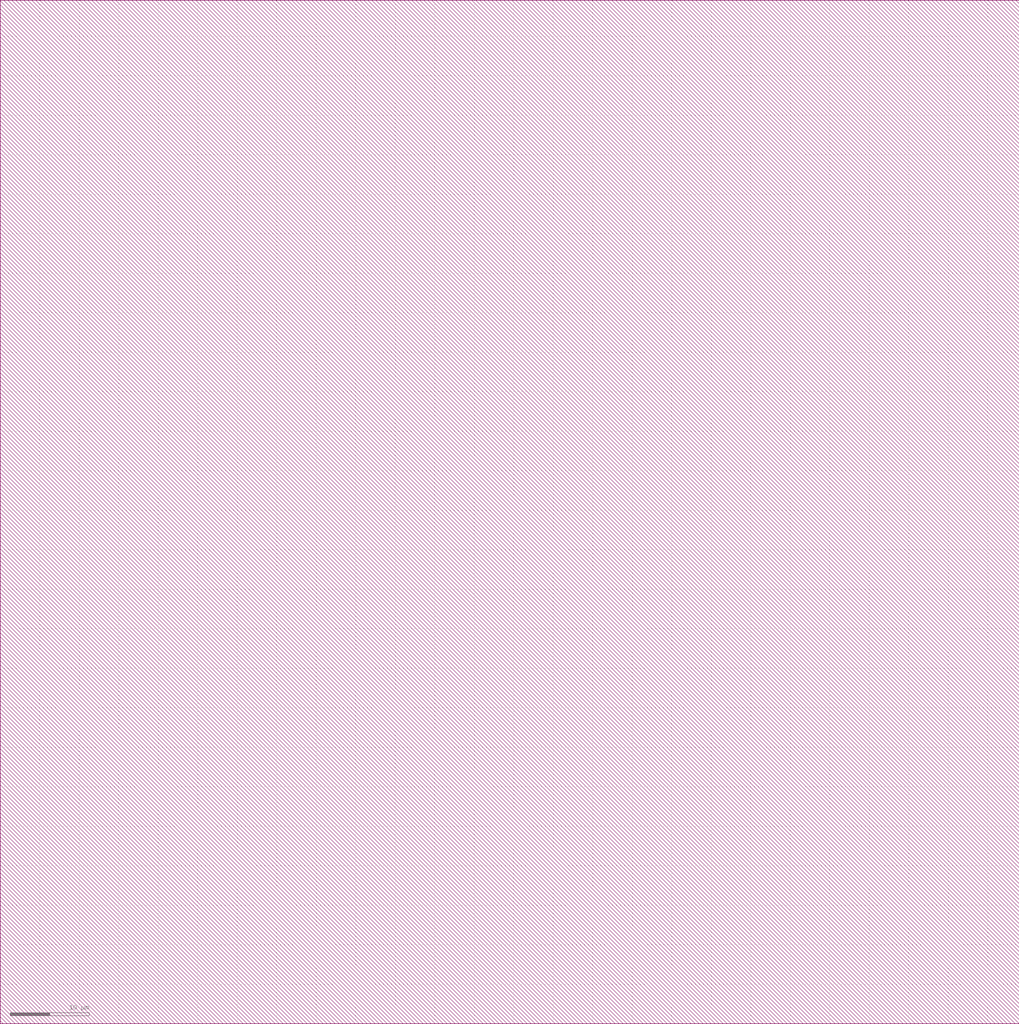
<source format=lef>
VERSION 5.6 ;

BUSBITCHARS "[]" ;

DIVIDERCHAR "/" ;

UNITS
    DATABASE MICRONS 1000 ;
END UNITS

MANUFACTURINGGRID 0.005000 ; 

CLEARANCEMEASURE EUCLIDEAN ; 

USEMINSPACING OBS ON ; 

SITE CoreSite
    CLASS CORE ;
    SIZE 0.600000 BY 0.300000 ;
END CoreSite

LAYER li
   TYPE ROUTING ;
   DIRECTION VERTICAL ;
   MINWIDTH 0.300000 ;
   AREA 0.056250 ;
   WIDTH 0.300000 ;
   SPACINGTABLE
      PARALLELRUNLENGTH 0.0
      WIDTH 0.0 0.225000 ;
   PITCH 0.600000 0.600000 ;
END li

LAYER mcon
    TYPE CUT ;
    SPACING 0.225000 ;
    WIDTH 0.300000 ;
    ENCLOSURE ABOVE 0.075000 0.075000 ;
    ENCLOSURE BELOW 0.000000 0.000000 ;
END mcon

LAYER met1
   TYPE ROUTING ;
   DIRECTION HORIZONTAL ;
   MINWIDTH 0.150000 ;
   AREA 0.084375 ;
   WIDTH 0.150000 ;
   SPACINGTABLE
      PARALLELRUNLENGTH 0.0
      WIDTH 0.0 0.150000 ;
   PITCH 0.300000 0.300000 ;
END met1

LAYER v1
    TYPE CUT ;
    SPACING 0.075000 ;
    WIDTH 0.300000 ;
    ENCLOSURE ABOVE 0.075000 0.075000 ;
    ENCLOSURE BELOW 0.075000 0.075000 ;
END v1

LAYER met2
   TYPE ROUTING ;
   DIRECTION VERTICAL ;
   MINWIDTH 0.150000 ;
   AREA 0.073125 ;
   WIDTH 0.150000 ;
   SPACINGTABLE
      PARALLELRUNLENGTH 0.0
      WIDTH 0.0 0.150000 ;
   PITCH 0.300000 0.300000 ;
END met2

LAYER v2
    TYPE CUT ;
    SPACING 0.150000 ;
    WIDTH 0.300000 ;
    ENCLOSURE ABOVE 0.075000 0.075000 ;
    ENCLOSURE BELOW 0.075000 0.000000 ;
END v2

LAYER met3
   TYPE ROUTING ;
   DIRECTION HORIZONTAL ;
   MINWIDTH 0.300000 ;
   AREA 0.241875 ;
   WIDTH 0.300000 ;
   SPACINGTABLE
      PARALLELRUNLENGTH 0.0
      WIDTH 0.0 0.300000 ;
   PITCH 0.600000 0.600000 ;
END met3

LAYER v3
    TYPE CUT ;
    SPACING 0.150000 ;
    WIDTH 0.450000 ;
    ENCLOSURE ABOVE 0.075000 0.075000 ;
    ENCLOSURE BELOW 0.075000 0.000000 ;
END v3

LAYER met4
   TYPE ROUTING ;
   DIRECTION VERTICAL ;
   MINWIDTH 0.300000 ;
   AREA 0.241875 ;
   WIDTH 0.300000 ;
   SPACINGTABLE
      PARALLELRUNLENGTH 0.0
      WIDTH 0.0 0.300000 ;
   PITCH 0.600000 0.600000 ;
END met4

LAYER v4
    TYPE CUT ;
    SPACING 0.450000 ;
    WIDTH 1.200000 ;
    ENCLOSURE ABOVE 0.150000 0.150000 ;
    ENCLOSURE BELOW 0.000000 0.000000 ;
END v4

LAYER met5
   TYPE ROUTING ;
   DIRECTION HORIZONTAL ;
   MINWIDTH 1.650000 ;
   AREA 4.005000 ;
   WIDTH 1.650000 ;
   SPACINGTABLE
      PARALLELRUNLENGTH 0.0
      WIDTH 0.0 1.650000 ;
   PITCH 3.300000 3.300000 ;
END met5

LAYER OVERLAP
   TYPE OVERLAP ;
END OVERLAP

VIA mcon_C DEFAULT
   LAYER li ;
     RECT -0.150000 -0.150000 0.150000 0.150000 ;
   LAYER mcon ;
     RECT -0.150000 -0.150000 0.150000 0.150000 ;
   LAYER met1 ;
     RECT -0.225000 -0.225000 0.225000 0.225000 ;
END mcon_C

VIA v1_C DEFAULT
   LAYER met1 ;
     RECT -0.225000 -0.225000 0.225000 0.225000 ;
   LAYER v1 ;
     RECT -0.150000 -0.150000 0.150000 0.150000 ;
   LAYER met2 ;
     RECT -0.225000 -0.225000 0.225000 0.225000 ;
END v1_C

VIA v2_C DEFAULT
   LAYER met2 ;
     RECT -0.150000 -0.225000 0.150000 0.225000 ;
   LAYER v2 ;
     RECT -0.150000 -0.150000 0.150000 0.150000 ;
   LAYER met3 ;
     RECT -0.225000 -0.225000 0.225000 0.225000 ;
END v2_C

VIA v2_Ch
   LAYER met2 ;
     RECT -0.225000 -0.150000 0.225000 0.150000 ;
   LAYER v2 ;
     RECT -0.150000 -0.150000 0.150000 0.150000 ;
   LAYER met3 ;
     RECT -0.225000 -0.225000 0.225000 0.225000 ;
END v2_Ch

VIA v2_Cv
   LAYER met2 ;
     RECT -0.150000 -0.225000 0.150000 0.225000 ;
   LAYER v2 ;
     RECT -0.150000 -0.150000 0.150000 0.150000 ;
   LAYER met3 ;
     RECT -0.225000 -0.225000 0.225000 0.225000 ;
END v2_Cv

VIA v3_C DEFAULT
   LAYER met3 ;
     RECT -0.300000 -0.225000 0.300000 0.225000 ;
   LAYER v3 ;
     RECT -0.225000 -0.225000 0.225000 0.225000 ;
   LAYER met4 ;
     RECT -0.300000 -0.300000 0.300000 0.300000 ;
END v3_C

VIA v3_Ch
   LAYER met3 ;
     RECT -0.300000 -0.225000 0.300000 0.225000 ;
   LAYER v3 ;
     RECT -0.225000 -0.225000 0.225000 0.225000 ;
   LAYER met4 ;
     RECT -0.300000 -0.300000 0.300000 0.300000 ;
END v3_Ch

VIA v3_Cv
   LAYER met3 ;
     RECT -0.300000 -0.225000 0.300000 0.225000 ;
   LAYER v3 ;
     RECT -0.225000 -0.225000 0.225000 0.225000 ;
   LAYER met4 ;
     RECT -0.300000 -0.300000 0.300000 0.300000 ;
END v3_Cv

VIA v4_C DEFAULT
   LAYER met4 ;
     RECT -0.600000 -0.600000 0.600000 0.600000 ;
   LAYER v4 ;
     RECT -0.600000 -0.600000 0.600000 0.600000 ;
   LAYER met5 ;
     RECT -0.750000 -0.750000 0.750000 0.750000 ;
END v4_C

MACRO _0_0std_0_0cells_0_0INVX1
    CLASS CORE ;
    FOREIGN _0_0std_0_0cells_0_0INVX1 0.000000 0.000000 ;
    ORIGIN 0.000000 0.000000 ;
    SIZE 2.400000 BY 2.700000 ;
    SYMMETRY X Y ;
    SITE CoreSite ;
    PIN A
        DIRECTION INPUT ;
        USE SIGNAL ;
        PORT
        LAYER li ;
        RECT 0.600000 2.325000 0.900000 2.400000 ;
        RECT 0.600000 2.100000 0.675000 2.325000 ;
        RECT 0.675000 2.100000 0.900000 2.325000 ;
        RECT 1.200000 1.050000 1.425000 1.275000 ;
        RECT 1.425000 1.050000 1.800000 1.275000 ;
        RECT 1.725000 1.275000 2.100000 1.350000 ;
        RECT 1.800000 1.050000 2.025000 1.275000 ;
        RECT 1.725000 0.975000 2.100000 1.050000 ;
        RECT 2.025000 1.050000 2.100000 1.275000 ;
        LAYER mcon ;
        RECT 0.675000 2.100000 0.900000 2.325000 ;
        RECT 1.200000 1.050000 1.425000 1.275000 ;
        LAYER met1 ;
        RECT 0.600000 2.325000 0.975000 2.400000 ;
        RECT 0.600000 2.100000 0.675000 2.325000 ;
        RECT 0.600000 2.025000 0.975000 2.100000 ;
        RECT 0.675000 2.100000 0.900000 2.325000 ;
        RECT 0.900000 2.100000 0.975000 2.325000 ;
        RECT 0.825000 1.275000 0.975000 2.025000 ;
        RECT 0.825000 1.125000 1.200000 1.275000 ;
        RECT 1.125000 1.050000 1.200000 1.125000 ;
        RECT 1.125000 0.975000 1.500000 1.050000 ;
        RECT 1.125000 1.275000 1.500000 1.350000 ;
        RECT 1.200000 1.050000 1.425000 1.275000 ;
        RECT 1.425000 1.050000 1.500000 1.275000 ;
        END
        ANTENNAGATEAREA 0.157500 ;
    END A
    PIN Y
        DIRECTION OUTPUT ;
        USE SIGNAL ;
        PORT
        LAYER li ;
        RECT 0.600000 0.525000 0.675000 0.600000 ;
        RECT 0.600000 0.300000 0.900000 0.525000 ;
        RECT 0.675000 1.725000 0.900000 1.800000 ;
        RECT 0.675000 1.500000 0.900000 1.725000 ;
        RECT 0.675000 0.750000 0.900000 1.500000 ;
        RECT 0.675000 0.525000 0.900000 0.750000 ;
        END
        ANTENNADIFFAREA 0.393750 ;
    END Y
    PIN Vdd
        DIRECTION INPUT ;
        USE POWER ;
        PORT
        LAYER li ;
        RECT 1.125000 1.500000 1.200000 1.725000 ;
        RECT 1.200000 2.100000 1.500000 2.400000 ;
        RECT 1.200000 1.725000 1.425000 2.100000 ;
        RECT 1.200000 1.500000 1.425000 1.725000 ;
        RECT 1.425000 1.500000 1.500000 1.725000 ;
        END
        ANTENNADIFFAREA 0.225000 ;
    END Vdd
    PIN GND
        DIRECTION INPUT ;
        USE GROUND ;
        PORT
        LAYER li ;
        RECT 1.200000 0.450000 1.425000 0.525000 ;
        RECT 1.200000 0.750000 1.425000 0.825000 ;
        RECT 1.200000 0.525000 1.425000 0.750000 ;
        RECT 1.800000 2.100000 2.100000 2.400000 ;
        RECT 1.800000 1.875000 2.025000 2.100000 ;
        LAYER mcon ;
        RECT 1.200000 0.525000 1.425000 0.750000 ;
        RECT 1.800000 1.875000 2.025000 2.100000 ;
        LAYER met1 ;
        RECT 1.125000 0.750000 1.500000 0.825000 ;
        RECT 1.125000 0.525000 1.200000 0.750000 ;
        RECT 1.125000 0.450000 1.500000 0.525000 ;
        RECT 1.725000 2.100000 2.100000 2.175000 ;
        RECT 1.200000 0.525000 1.425000 0.750000 ;
        RECT 1.725000 0.750000 1.875000 1.800000 ;
        RECT 1.425000 0.600000 1.875000 0.750000 ;
        RECT 1.425000 0.525000 1.500000 0.600000 ;
        RECT 1.725000 1.875000 1.800000 2.100000 ;
        RECT 1.725000 1.800000 2.100000 1.875000 ;
        RECT 1.800000 1.875000 2.025000 2.100000 ;
        RECT 2.025000 1.875000 2.100000 2.100000 ;
        END
        ANTENNADIFFAREA 0.168750 ;
    END GND
END _0_0std_0_0cells_0_0INVX1

MACRO _0_0std_0_0cells_0_0MUX2X1
    CLASS CORE ;
    FOREIGN _0_0std_0_0cells_0_0MUX2X1 0.000000 0.000000 ;
    ORIGIN 0.000000 0.000000 ;
    SIZE 6.000000 BY 3.600000 ;
    SYMMETRY X Y ;
    SITE CoreSite ;
    PIN A
        DIRECTION INPUT ;
        USE SIGNAL ;
        PORT
        LAYER li ;
        RECT 0.600000 3.150000 0.675000 3.375000 ;
        RECT 0.600000 3.000000 0.975000 3.150000 ;
        RECT 0.675000 3.150000 0.900000 3.375000 ;
        RECT 0.900000 3.150000 0.975000 3.375000 ;
        END
        ANTENNAGATEAREA 0.281250 ;
    END A
    PIN B
        DIRECTION INPUT ;
        USE SIGNAL ;
        PORT
        LAYER li ;
        RECT 1.800000 3.225000 2.100000 3.300000 ;
        RECT 1.800000 3.000000 1.875000 3.225000 ;
        RECT 1.875000 3.000000 2.100000 3.225000 ;
        RECT 3.600000 3.375000 3.825000 3.450000 ;
        RECT 3.600000 3.075000 3.825000 3.150000 ;
        RECT 3.600000 3.150000 3.825000 3.375000 ;
        LAYER mcon ;
        RECT 1.875000 3.000000 2.100000 3.225000 ;
        RECT 3.600000 3.150000 3.825000 3.375000 ;
        LAYER met1 ;
        RECT 1.875000 3.300000 3.600000 3.375000 ;
        RECT 3.525000 3.375000 3.900000 3.450000 ;
        RECT 1.800000 3.225000 3.600000 3.300000 ;
        RECT 1.800000 3.000000 1.875000 3.225000 ;
        RECT 1.800000 2.925000 2.175000 3.000000 ;
        RECT 1.875000 3.000000 2.100000 3.225000 ;
        RECT 2.100000 3.150000 3.600000 3.225000 ;
        RECT 2.100000 3.000000 2.175000 3.150000 ;
        RECT 3.600000 3.150000 3.825000 3.375000 ;
        RECT 3.825000 3.150000 3.900000 3.375000 ;
        RECT 3.525000 3.075000 3.900000 3.150000 ;
        END
        ANTENNAGATEAREA 0.281250 ;
    END B
    PIN S
        DIRECTION INPUT ;
        USE SIGNAL ;
        PORT
        LAYER li ;
        RECT 2.925000 3.375000 3.300000 3.450000 ;
        RECT 2.925000 3.150000 3.000000 3.375000 ;
        RECT 2.925000 3.000000 3.300000 3.150000 ;
        RECT 3.000000 3.150000 3.225000 3.375000 ;
        RECT 3.225000 3.150000 3.300000 3.375000 ;
        END
        ANTENNAGATEAREA 0.438750 ;
    END S
    PIN Y
        DIRECTION OUTPUT ;
        USE SIGNAL ;
        PORT
        LAYER li ;
        RECT 0.600000 0.525000 0.675000 0.600000 ;
        RECT 0.600000 0.300000 0.900000 0.525000 ;
        RECT 0.675000 0.750000 0.900000 0.825000 ;
        RECT 0.675000 0.525000 0.900000 0.750000 ;
        RECT 5.100000 0.450000 5.325000 0.525000 ;
        RECT 2.550000 2.250000 2.775000 2.325000 ;
        RECT 2.550000 2.025000 2.775000 2.250000 ;
        RECT 2.550000 1.575000 2.775000 2.025000 ;
        RECT 2.550000 1.350000 5.325000 1.575000 ;
        RECT 5.100000 0.750000 5.325000 1.350000 ;
        RECT 5.100000 0.525000 5.325000 0.750000 ;
        RECT 5.100000 1.575000 5.325000 1.800000 ;
        RECT 5.100000 2.025000 5.325000 2.100000 ;
        RECT 5.100000 1.800000 5.325000 2.025000 ;
        LAYER mcon ;
        RECT 5.100000 0.525000 5.325000 0.750000 ;
        LAYER met1 ;
        RECT 0.675000 0.300000 5.325000 0.450000 ;
        RECT 5.025000 0.750000 5.400000 0.825000 ;
        RECT 5.025000 0.525000 5.100000 0.750000 ;
        RECT 5.025000 0.450000 5.400000 0.525000 ;
        RECT 5.100000 0.525000 5.325000 0.750000 ;
        RECT 5.325000 0.525000 5.400000 0.750000 ;
        END
        ANTENNADIFFAREA 1.406250 ;
    END Y
    PIN Vdd
        DIRECTION INPUT ;
        USE POWER ;
        PORT
        LAYER li ;
        RECT 1.200000 3.075000 1.425000 3.300000 ;
        RECT 1.200000 2.025000 1.425000 2.250000 ;
        RECT 1.200000 1.950000 1.425000 2.025000 ;
        RECT 1.200000 2.250000 1.425000 3.075000 ;
        RECT 3.675000 2.550000 3.750000 2.775000 ;
        RECT 3.750000 2.550000 3.975000 2.775000 ;
        RECT 3.975000 2.550000 4.050000 2.775000 ;
        RECT 4.200000 3.225000 4.500000 3.300000 ;
        RECT 4.200000 3.000000 4.425000 3.225000 ;
        RECT 4.425000 3.000000 4.500000 3.225000 ;
        LAYER mcon ;
        RECT 1.200000 3.075000 1.425000 3.300000 ;
        RECT 3.750000 2.550000 3.975000 2.775000 ;
        RECT 4.200000 3.000000 4.425000 3.225000 ;
        LAYER met1 ;
        RECT 1.125000 3.300000 1.500000 3.375000 ;
        RECT 1.125000 3.075000 1.200000 3.300000 ;
        RECT 1.125000 3.000000 1.650000 3.075000 ;
        RECT 1.200000 3.075000 1.425000 3.300000 ;
        RECT 1.425000 3.150000 1.500000 3.300000 ;
        RECT 1.425000 3.075000 1.650000 3.150000 ;
        RECT 1.500000 2.775000 1.650000 3.000000 ;
        RECT 1.500000 2.625000 3.750000 2.775000 ;
        RECT 3.675000 2.550000 3.750000 2.625000 ;
        RECT 3.675000 2.475000 4.050000 2.550000 ;
        RECT 3.750000 2.550000 3.975000 2.775000 ;
        RECT 3.975000 2.625000 4.275000 2.775000 ;
        RECT 3.975000 2.550000 4.050000 2.625000 ;
        RECT 3.675000 2.775000 4.275000 2.850000 ;
        RECT 4.125000 3.000000 4.200000 3.225000 ;
        RECT 4.200000 3.000000 4.425000 3.225000 ;
        RECT 4.125000 3.225000 4.500000 3.300000 ;
        RECT 4.425000 3.000000 4.500000 3.225000 ;
        RECT 4.125000 2.925000 4.500000 3.000000 ;
        RECT 4.125000 2.850000 4.275000 2.925000 ;
        END
        ANTENNADIFFAREA 0.804375 ;
    END Vdd
    PIN GND
        DIRECTION INPUT ;
        USE GROUND ;
        PORT
        LAYER li ;
        RECT 1.650000 0.450000 3.525000 0.525000 ;
        RECT 1.650000 0.525000 1.725000 0.750000 ;
        RECT 1.725000 0.525000 1.950000 0.750000 ;
        RECT 1.950000 0.675000 2.025000 0.750000 ;
        RECT 1.950000 0.525000 3.225000 0.675000 ;
        RECT 3.225000 0.525000 3.450000 0.750000 ;
        RECT 3.450000 0.525000 3.525000 0.750000 ;
        RECT 3.150000 0.675000 3.225000 0.750000 ;
        RECT 3.225000 0.825000 3.450000 1.050000 ;
        RECT 3.225000 0.750000 3.450000 0.825000 ;
        RECT 3.225000 1.050000 3.450000 1.125000 ;
        RECT 5.400000 3.000000 5.625000 3.225000 ;
        RECT 5.625000 3.000000 5.700000 3.225000 ;
        RECT 5.400000 3.225000 5.700000 3.300000 ;
        LAYER mcon ;
        RECT 3.225000 0.825000 3.450000 1.050000 ;
        RECT 5.400000 3.000000 5.625000 3.225000 ;
        LAYER met1 ;
        RECT 3.150000 1.050000 5.700000 1.125000 ;
        RECT 3.150000 0.825000 3.225000 1.050000 ;
        RECT 3.150000 0.600000 3.525000 0.825000 ;
        RECT 3.225000 0.825000 3.450000 1.050000 ;
        RECT 3.450000 0.975000 5.700000 1.050000 ;
        RECT 3.450000 0.825000 3.525000 0.975000 ;
        RECT 5.325000 3.000000 5.400000 3.225000 ;
        RECT 5.325000 2.925000 5.700000 3.000000 ;
        RECT 5.475000 2.850000 5.700000 2.925000 ;
        RECT 5.550000 1.125000 5.700000 2.850000 ;
        RECT 5.400000 3.000000 5.625000 3.225000 ;
        RECT 5.325000 3.225000 5.700000 3.300000 ;
        RECT 5.625000 3.000000 5.700000 3.225000 ;
        END
        ANTENNADIFFAREA 0.630000 ;
    END GND
    OBS
        LAYER li ;
        RECT 0.600000 2.400000 0.975000 2.475000 ;
        RECT 0.600000 2.175000 0.675000 2.400000 ;
        RECT 0.600000 2.100000 0.975000 2.175000 ;
        RECT 0.675000 2.175000 0.900000 2.400000 ;
        RECT 0.900000 2.175000 0.975000 2.400000 ;
        RECT 1.650000 1.800000 1.725000 2.025000 ;
        RECT 3.750000 0.450000 3.975000 0.525000 ;
        RECT 1.725000 2.025000 1.950000 2.100000 ;
        RECT 1.725000 1.800000 1.950000 2.025000 ;
        RECT 1.725000 1.725000 1.950000 1.800000 ;
        RECT 4.575000 0.450000 4.800000 0.525000 ;
        RECT 2.475000 0.900000 2.550000 1.125000 ;
        RECT 2.550000 0.900000 2.775000 1.125000 ;
        RECT 2.775000 0.900000 2.850000 1.125000 ;
        RECT 3.750000 0.750000 3.975000 0.825000 ;
        RECT 3.750000 0.525000 3.975000 0.750000 ;
        RECT 3.975000 0.525000 4.575000 0.750000 ;
        RECT 4.575000 0.750000 4.800000 0.825000 ;
        RECT 4.575000 0.525000 4.800000 0.750000 ;
        RECT 4.050000 1.800000 4.275000 2.025000 ;
        RECT 4.275000 1.800000 4.575000 2.025000 ;
        RECT 4.575000 2.025000 4.800000 2.100000 ;
        RECT 4.575000 1.800000 4.800000 2.025000 ;
        RECT 4.800000 1.800000 4.875000 2.025000 ;
        RECT 4.800000 3.375000 5.025000 3.450000 ;
        RECT 4.800000 3.150000 5.025000 3.375000 ;
        RECT 4.800000 3.075000 5.025000 3.150000 ;
        LAYER met1 ;
        RECT 0.600000 2.400000 0.975000 2.475000 ;
        RECT 0.600000 2.175000 0.675000 2.400000 ;
        RECT 0.600000 2.100000 0.975000 2.175000 ;
        RECT 0.600000 0.450000 0.975000 0.825000 ;
        RECT 0.675000 2.175000 0.900000 2.400000 ;
        RECT 0.900000 2.250000 2.325000 2.400000 ;
        RECT 0.900000 2.175000 0.975000 2.250000 ;
        RECT 1.650000 2.025000 2.025000 2.100000 ;
        RECT 1.650000 1.800000 1.725000 2.025000 ;
        RECT 1.650000 1.725000 2.025000 1.800000 ;
        RECT 1.725000 1.800000 1.950000 2.025000 ;
        RECT 1.725000 1.050000 1.950000 1.725000 ;
        RECT 1.725000 0.900000 2.550000 1.050000 ;
        RECT 1.950000 1.800000 2.025000 2.025000 ;
        RECT 2.175000 1.725000 4.350000 1.800000 ;
        RECT 2.550000 0.900000 2.775000 1.125000 ;
        RECT 2.475000 1.125000 2.850000 1.200000 ;
        RECT 2.475000 1.050000 2.550000 1.125000 ;
        RECT 2.775000 0.900000 2.850000 1.125000 ;
        RECT 2.475000 0.825000 2.850000 0.900000 ;
        RECT 2.175000 1.875000 2.325000 2.250000 ;
        RECT 2.175000 1.800000 4.050000 1.875000 ;
        RECT 2.550000 1.425000 5.025000 1.575000 ;
        RECT 2.550000 1.200000 2.775000 1.425000 ;
        RECT 4.050000 1.800000 4.275000 2.025000 ;
        RECT 4.275000 1.800000 4.350000 2.025000 ;
        RECT 3.975000 2.025000 4.350000 2.100000 ;
        RECT 3.975000 1.875000 4.050000 2.025000 ;
        RECT 4.725000 3.375000 5.100000 3.450000 ;
        RECT 4.725000 3.150000 4.800000 3.375000 ;
        RECT 4.725000 3.075000 5.100000 3.150000 ;
        RECT 4.875000 1.575000 5.025000 3.075000 ;
        RECT 4.800000 3.150000 5.025000 3.375000 ;
        RECT 5.025000 3.150000 5.100000 3.375000 ;
    END
END _0_0std_0_0cells_0_0MUX2X1

MACRO _0_0std_0_0cells_0_0AND2X1
    CLASS CORE ;
    FOREIGN _0_0std_0_0cells_0_0AND2X1 0.000000 0.000000 ;
    ORIGIN 0.000000 0.000000 ;
    SIZE 3.000000 BY 4.200000 ;
    SYMMETRY X Y ;
    SITE CoreSite ;
    PIN A
        DIRECTION INPUT ;
        USE SIGNAL ;
        PORT
        LAYER li ;
        RECT 0.600000 3.600000 0.900000 3.900000 ;
        RECT 0.600000 3.525000 0.975000 3.600000 ;
        RECT 0.600000 3.300000 0.675000 3.525000 ;
        RECT 0.600000 3.225000 0.975000 3.300000 ;
        RECT 0.675000 3.300000 0.900000 3.525000 ;
        RECT 0.900000 3.300000 0.975000 3.525000 ;
        END
        ANTENNAGATEAREA 0.202500 ;
    END A
    PIN B
        DIRECTION INPUT ;
        USE SIGNAL ;
        PORT
        LAYER li ;
        RECT 1.725000 3.525000 2.100000 3.600000 ;
        RECT 1.725000 3.300000 1.800000 3.525000 ;
        RECT 1.725000 3.225000 2.100000 3.300000 ;
        RECT 1.800000 3.600000 2.100000 3.900000 ;
        RECT 1.800000 3.300000 2.025000 3.525000 ;
        RECT 2.025000 3.300000 2.100000 3.525000 ;
        END
        ANTENNAGATEAREA 0.202500 ;
    END B
    PIN Y
        DIRECTION OUTPUT ;
        USE SIGNAL ;
        PORT
        LAYER li ;
        RECT 2.250000 1.425000 2.700000 1.500000 ;
        RECT 2.250000 1.200000 2.325000 1.425000 ;
        RECT 2.325000 1.500000 2.700000 2.325000 ;
        RECT 2.325000 1.200000 2.625000 1.425000 ;
        RECT 2.625000 1.200000 2.700000 1.425000 ;
        RECT 2.325000 2.550000 2.700000 2.625000 ;
        RECT 2.400000 2.625000 2.700000 3.900000 ;
        RECT 2.325000 2.325000 2.625000 2.550000 ;
        RECT 2.625000 2.325000 2.700000 2.550000 ;
        END
        ANTENNADIFFAREA 0.472500 ;
    END Y
    PIN Vdd
        DIRECTION INPUT ;
        USE POWER ;
        PORT
        LAYER li ;
        RECT 0.600000 2.700000 2.100000 2.925000 ;
        RECT 0.600000 2.550000 0.975000 2.700000 ;
        RECT 0.600000 2.325000 0.675000 2.550000 ;
        RECT 0.600000 2.250000 0.975000 2.325000 ;
        RECT 0.675000 2.325000 0.900000 2.550000 ;
        RECT 0.900000 2.325000 0.975000 2.550000 ;
        RECT 1.200000 2.925000 1.500000 3.900000 ;
        RECT 1.725000 2.550000 2.100000 2.700000 ;
        RECT 1.725000 2.325000 1.800000 2.550000 ;
        RECT 1.725000 2.250000 2.100000 2.325000 ;
        RECT 1.800000 2.325000 2.025000 2.550000 ;
        RECT 2.025000 2.325000 2.100000 2.550000 ;
        END
        ANTENNADIFFAREA 0.495000 ;
    END Vdd
    PIN GND
        DIRECTION INPUT ;
        USE GROUND ;
        PORT
        LAYER li ;
        RECT 0.600000 0.525000 0.900000 0.600000 ;
        RECT 0.600000 0.300000 2.025000 0.525000 ;
        RECT 1.725000 1.125000 1.800000 1.350000 ;
        RECT 1.725000 1.050000 2.025000 1.125000 ;
        RECT 1.800000 1.125000 2.025000 1.350000 ;
        RECT 1.800000 0.525000 2.025000 1.050000 ;
        RECT 1.725000 1.350000 2.025000 1.425000 ;
        END
        ANTENNADIFFAREA 0.258750 ;
    END GND
    OBS
        LAYER li ;
        RECT 0.600000 1.725000 1.500000 1.950000 ;
        RECT 0.600000 1.650000 1.800000 1.725000 ;
        RECT 0.600000 1.425000 0.975000 1.650000 ;
        RECT 0.600000 1.200000 0.675000 1.425000 ;
        RECT 0.600000 1.125000 0.975000 1.200000 ;
        RECT 1.500000 1.725000 1.725000 1.950000 ;
        RECT 0.675000 1.200000 0.900000 1.425000 ;
        RECT 1.725000 1.725000 1.800000 1.950000 ;
        RECT 0.900000 1.200000 0.975000 1.425000 ;
        RECT 2.325000 0.375000 2.400000 0.600000 ;
        RECT 2.325000 0.300000 2.700000 0.375000 ;
        RECT 1.200000 2.175000 1.275000 2.400000 ;
        RECT 1.200000 2.025000 1.500000 2.175000 ;
        RECT 1.200000 1.950000 1.800000 2.025000 ;
        RECT 2.400000 0.375000 2.625000 0.600000 ;
        RECT 1.200000 2.400000 1.500000 2.475000 ;
        RECT 1.275000 2.175000 1.500000 2.400000 ;
        RECT 2.625000 0.375000 2.700000 0.600000 ;
        RECT 2.325000 0.900000 2.700000 0.975000 ;
        RECT 2.325000 0.675000 2.400000 0.900000 ;
        RECT 2.325000 0.600000 2.700000 0.675000 ;
        RECT 2.400000 0.675000 2.625000 0.900000 ;
        RECT 2.625000 0.675000 2.700000 0.900000 ;
        LAYER met1 ;
        RECT 1.425000 1.950000 2.700000 2.025000 ;
        RECT 1.425000 1.725000 1.500000 1.950000 ;
        RECT 1.425000 1.650000 2.700000 1.725000 ;
        RECT 1.500000 1.725000 1.725000 1.950000 ;
        RECT 1.725000 1.725000 2.700000 1.950000 ;
        RECT 2.325000 0.900000 2.700000 1.650000 ;
        RECT 2.325000 0.675000 2.400000 0.900000 ;
        RECT 2.325000 0.600000 2.700000 0.675000 ;
        RECT 2.400000 0.675000 2.625000 0.900000 ;
        RECT 2.625000 0.675000 2.700000 0.900000 ;
    END
END _0_0std_0_0cells_0_0AND2X1

MACRO _0_0cell_0_0gcelem2x0
    CLASS CORE ;
    FOREIGN _0_0cell_0_0gcelem2x0 0.000000 0.000000 ;
    ORIGIN 0.000000 0.000000 ;
    SIZE 6.600000 BY 3.600000 ;
    SYMMETRY X Y ;
    SITE CoreSite ;
    PIN in_50_6
        DIRECTION INPUT ;
        USE SIGNAL ;
        PORT
        LAYER li ;
        RECT 0.600000 2.775000 0.675000 3.000000 ;
        RECT 0.600000 2.700000 0.900000 2.775000 ;
        RECT 0.675000 3.000000 0.900000 3.075000 ;
        RECT 0.675000 2.775000 0.900000 3.000000 ;
        END
        ANTENNAGATEAREA 0.213750 ;
    END in_50_6
    PIN in_51_6
        DIRECTION INPUT ;
        USE SIGNAL ;
        PORT
        LAYER li ;
        RECT 2.400000 2.925000 2.700000 3.000000 ;
        RECT 2.400000 2.700000 2.775000 2.925000 ;
        RECT 2.775000 2.700000 3.000000 2.925000 ;
        RECT 3.000000 2.700000 3.075000 2.925000 ;
        END
        ANTENNAGATEAREA 0.213750 ;
    END in_51_6
    PIN out
        DIRECTION OUTPUT ;
        USE SIGNAL ;
        PORT
        LAYER li ;
        RECT 0.600000 0.375000 0.675000 0.600000 ;
        RECT 0.600000 0.300000 0.900000 0.375000 ;
        RECT 0.675000 0.375000 0.900000 0.600000 ;
        RECT 3.600000 0.600000 3.825000 0.900000 ;
        RECT 3.525000 1.800000 3.600000 2.025000 ;
        RECT 5.850000 0.375000 6.075000 0.600000 ;
        RECT 3.600000 1.800000 3.825000 2.025000 ;
        RECT 3.600000 1.125000 3.825000 1.800000 ;
        RECT 3.600000 0.900000 3.825000 1.125000 ;
        RECT 5.850000 0.600000 6.075000 1.350000 ;
        RECT 3.825000 1.800000 3.900000 2.025000 ;
        RECT 5.850000 1.575000 6.075000 1.650000 ;
        RECT 5.850000 1.350000 6.075000 1.575000 ;
        LAYER mcon ;
        RECT 0.675000 0.375000 0.900000 0.600000 ;
        RECT 5.850000 0.375000 6.075000 0.600000 ;
        LAYER met1 ;
        RECT 0.600000 0.600000 6.150000 0.675000 ;
        RECT 0.600000 0.375000 0.675000 0.600000 ;
        RECT 0.600000 0.300000 0.975000 0.375000 ;
        RECT 0.675000 0.375000 0.900000 0.600000 ;
        RECT 0.900000 0.525000 5.850000 0.600000 ;
        RECT 0.900000 0.375000 0.975000 0.525000 ;
        RECT 5.775000 0.375000 5.850000 0.525000 ;
        RECT 5.775000 0.300000 6.150000 0.375000 ;
        RECT 5.850000 0.375000 6.075000 0.600000 ;
        RECT 6.075000 0.375000 6.150000 0.600000 ;
        END
        ANTENNAGATEAREA 0.360000 ;
        ANTENNADIFFAREA 0.630000 ;
    END out
    PIN Vdd
        DIRECTION INPUT ;
        USE POWER ;
        PORT
        LAYER li ;
        RECT 0.600000 1.800000 0.675000 2.025000 ;
        RECT 0.675000 1.800000 0.900000 2.025000 ;
        RECT 0.675000 1.650000 0.975000 1.800000 ;
        RECT 0.675000 1.425000 1.800000 1.650000 ;
        RECT 0.900000 1.800000 0.975000 2.025000 ;
        RECT 1.575000 0.450000 1.800000 1.425000 ;
        RECT 1.575000 0.225000 1.800000 0.450000 ;
        RECT 1.575000 0.150000 1.800000 0.225000 ;
        RECT 4.500000 1.800000 4.575000 2.025000 ;
        RECT 4.575000 1.800000 4.800000 2.025000 ;
        RECT 4.800000 1.800000 4.875000 2.025000 ;
        RECT 4.200000 2.925000 4.500000 3.000000 ;
        RECT 4.200000 2.700000 4.275000 2.925000 ;
        RECT 4.275000 2.700000 4.500000 2.925000 ;
        LAYER mcon ;
        RECT 0.675000 1.800000 0.900000 2.025000 ;
        RECT 4.575000 1.800000 4.800000 2.025000 ;
        RECT 4.275000 2.700000 4.500000 2.925000 ;
        LAYER met1 ;
        RECT 0.600000 2.025000 0.975000 2.100000 ;
        RECT 0.600000 1.800000 0.675000 2.025000 ;
        RECT 0.600000 1.725000 0.975000 1.800000 ;
        RECT 0.675000 1.800000 0.900000 2.025000 ;
        RECT 0.900000 1.800000 4.575000 2.025000 ;
        RECT 4.200000 2.925000 4.575000 3.000000 ;
        RECT 4.200000 2.700000 4.275000 2.925000 ;
        RECT 4.575000 1.800000 4.800000 2.025000 ;
        RECT 4.275000 2.700000 4.500000 2.925000 ;
        RECT 4.275000 2.100000 4.425000 2.625000 ;
        RECT 4.275000 2.025000 4.875000 2.100000 ;
        RECT 4.800000 1.800000 4.875000 2.025000 ;
        RECT 4.500000 2.700000 4.575000 2.925000 ;
        RECT 4.200000 2.625000 4.575000 2.700000 ;
        RECT 4.500000 1.725000 4.875000 1.800000 ;
        END
        ANTENNAGATEAREA 0.945000 ;
        ANTENNADIFFAREA 0.472500 ;
    END Vdd
    PIN GND
        DIRECTION INPUT ;
        USE GROUND ;
        PORT
        LAYER li ;
        RECT 0.600000 1.125000 0.975000 1.200000 ;
        RECT 0.600000 0.900000 0.675000 1.125000 ;
        RECT 0.600000 0.825000 0.975000 0.900000 ;
        RECT 0.675000 0.900000 0.900000 1.125000 ;
        RECT 0.900000 0.900000 0.975000 1.125000 ;
        RECT 1.200000 2.700000 1.575000 2.775000 ;
        RECT 1.200000 2.475000 1.275000 2.700000 ;
        RECT 1.200000 2.400000 1.575000 2.475000 ;
        RECT 1.275000 2.475000 1.500000 2.700000 ;
        RECT 1.500000 2.475000 1.575000 2.700000 ;
        RECT 4.500000 1.125000 4.875000 1.200000 ;
        RECT 4.500000 0.900000 4.575000 1.125000 ;
        RECT 4.575000 0.900000 4.800000 1.125000 ;
        RECT 4.800000 0.900000 4.875000 1.125000 ;
        RECT 5.925000 2.625000 6.300000 2.700000 ;
        RECT 5.925000 2.400000 6.000000 2.625000 ;
        RECT 6.000000 2.700000 6.300000 3.000000 ;
        RECT 6.000000 2.400000 6.225000 2.625000 ;
        RECT 6.225000 2.400000 6.300000 2.625000 ;
        LAYER mcon ;
        RECT 0.675000 0.900000 0.900000 1.125000 ;
        RECT 1.275000 2.475000 1.500000 2.700000 ;
        RECT 4.575000 0.900000 4.800000 1.125000 ;
        RECT 6.000000 2.400000 6.225000 2.625000 ;
        LAYER met1 ;
        RECT 0.300000 2.250000 1.350000 2.400000 ;
        RECT 0.300000 1.125000 0.450000 2.250000 ;
        RECT 0.300000 0.975000 0.675000 1.125000 ;
        RECT 0.600000 0.900000 0.675000 0.975000 ;
        RECT 0.600000 0.825000 0.975000 0.900000 ;
        RECT 0.600000 1.125000 4.875000 1.200000 ;
        RECT 0.675000 0.900000 0.900000 1.125000 ;
        RECT 1.200000 2.700000 1.575000 2.775000 ;
        RECT 1.200000 2.475000 1.275000 2.700000 ;
        RECT 1.200000 2.400000 1.575000 2.475000 ;
        RECT 0.900000 1.050000 4.575000 1.125000 ;
        RECT 0.900000 0.900000 0.975000 1.050000 ;
        RECT 1.275000 2.475000 1.500000 2.700000 ;
        RECT 6.000000 1.125000 6.225000 2.325000 ;
        RECT 1.500000 2.475000 1.575000 2.700000 ;
        RECT 4.500000 0.900000 4.575000 1.050000 ;
        RECT 4.500000 0.825000 4.875000 0.900000 ;
        RECT 4.575000 0.900000 4.800000 1.125000 ;
        RECT 5.925000 2.400000 6.000000 2.625000 ;
        RECT 5.925000 2.325000 6.300000 2.400000 ;
        RECT 4.800000 0.900000 6.225000 1.125000 ;
        RECT 5.925000 2.625000 6.300000 2.700000 ;
        RECT 6.000000 2.400000 6.225000 2.625000 ;
        RECT 6.225000 2.400000 6.300000 2.625000 ;
        END
        ANTENNAGATEAREA 0.472500 ;
        ANTENNADIFFAREA 0.382500 ;
    END GND
    OBS
        LAYER li ;
        RECT 1.950000 2.250000 5.475000 2.475000 ;
        RECT 1.800000 2.850000 2.175000 2.925000 ;
        RECT 1.800000 2.625000 1.875000 2.850000 ;
        RECT 1.800000 2.550000 2.175000 2.625000 ;
        RECT 1.875000 2.625000 2.100000 2.850000 ;
        RECT 2.100000 2.625000 2.175000 2.850000 ;
        RECT 1.950000 2.475000 2.175000 2.550000 ;
        RECT 5.175000 1.725000 5.550000 1.800000 ;
        RECT 5.175000 1.125000 5.550000 1.200000 ;
        RECT 5.250000 1.200000 5.475000 1.725000 ;
        RECT 5.175000 2.100000 5.475000 2.250000 ;
        RECT 5.175000 2.025000 5.550000 2.100000 ;
        RECT 5.175000 1.800000 5.250000 2.025000 ;
        RECT 5.175000 0.900000 5.250000 1.125000 ;
        RECT 5.250000 1.800000 5.475000 2.025000 ;
        RECT 5.250000 0.900000 5.475000 1.125000 ;
        RECT 5.475000 1.800000 5.550000 2.025000 ;
        RECT 5.475000 0.900000 5.550000 1.125000 ;
        LAYER met2 ;
        RECT 0.675000 0.900000 0.900000 1.125000 ;
    END
END _0_0cell_0_0gcelem2x0

MACRO _0_0cell_0_0ginvx0
    CLASS CORE ;
    FOREIGN _0_0cell_0_0ginvx0 0.000000 0.000000 ;
    ORIGIN 0.000000 0.000000 ;
    SIZE 2.400000 BY 2.700000 ;
    SYMMETRY X Y ;
    SITE CoreSite ;
    PIN in_50_6
        DIRECTION INPUT ;
        USE SIGNAL ;
        PORT
        LAYER li ;
        RECT 0.600000 2.325000 0.900000 2.400000 ;
        RECT 0.600000 2.100000 0.675000 2.325000 ;
        RECT 0.675000 2.100000 0.900000 2.325000 ;
        RECT 1.200000 1.125000 1.425000 1.350000 ;
        RECT 1.425000 1.125000 1.800000 1.350000 ;
        RECT 1.725000 1.350000 2.100000 1.425000 ;
        RECT 1.800000 1.125000 2.025000 1.350000 ;
        RECT 1.725000 1.050000 2.100000 1.125000 ;
        RECT 2.025000 1.125000 2.100000 1.350000 ;
        LAYER mcon ;
        RECT 0.675000 2.100000 0.900000 2.325000 ;
        RECT 1.200000 1.125000 1.425000 1.350000 ;
        LAYER met1 ;
        RECT 0.600000 2.325000 0.975000 2.400000 ;
        RECT 0.600000 2.100000 0.675000 2.325000 ;
        RECT 0.600000 2.025000 0.975000 2.100000 ;
        RECT 0.675000 2.100000 0.900000 2.325000 ;
        RECT 0.675000 1.350000 0.900000 2.025000 ;
        RECT 0.675000 1.125000 1.200000 1.350000 ;
        RECT 0.900000 2.100000 0.975000 2.325000 ;
        RECT 1.200000 1.125000 1.425000 1.350000 ;
        RECT 1.125000 1.050000 1.500000 1.125000 ;
        RECT 1.125000 1.350000 1.500000 1.425000 ;
        RECT 1.425000 1.125000 1.500000 1.350000 ;
        END
        ANTENNAGATEAREA 0.135000 ;
    END in_50_6
    PIN out
        DIRECTION OUTPUT ;
        USE SIGNAL ;
        PORT
        LAYER li ;
        RECT 0.600000 0.300000 0.900000 0.600000 ;
        RECT 0.675000 1.725000 0.900000 1.800000 ;
        RECT 0.675000 1.500000 0.900000 1.725000 ;
        RECT 0.675000 0.825000 0.900000 1.500000 ;
        RECT 0.675000 0.600000 0.900000 0.825000 ;
        END
        ANTENNADIFFAREA 0.337500 ;
    END out
    PIN Vdd
        DIRECTION INPUT ;
        USE POWER ;
        PORT
        LAYER li ;
        RECT 1.125000 1.575000 1.200000 1.800000 ;
        RECT 1.200000 2.100000 1.500000 2.400000 ;
        RECT 1.200000 1.800000 1.425000 2.100000 ;
        RECT 1.200000 1.575000 1.425000 1.800000 ;
        RECT 1.425000 1.575000 1.500000 1.800000 ;
        END
        ANTENNADIFFAREA 0.168750 ;
    END Vdd
    PIN GND
        DIRECTION INPUT ;
        USE GROUND ;
        PORT
        LAYER li ;
        RECT 1.125000 0.600000 1.200000 0.825000 ;
        RECT 1.200000 0.600000 1.425000 0.825000 ;
        RECT 1.425000 0.600000 1.800000 0.825000 ;
        RECT 1.800000 2.325000 2.100000 2.400000 ;
        RECT 1.800000 2.100000 2.025000 2.325000 ;
        RECT 1.800000 0.600000 2.025000 0.825000 ;
        RECT 2.025000 2.100000 2.100000 2.325000 ;
        LAYER mcon ;
        RECT 1.800000 2.100000 2.025000 2.325000 ;
        RECT 1.800000 0.600000 2.025000 0.825000 ;
        LAYER met1 ;
        RECT 1.725000 2.325000 2.100000 2.400000 ;
        RECT 1.725000 2.100000 1.800000 2.325000 ;
        RECT 1.725000 0.825000 2.100000 0.900000 ;
        RECT 1.725000 0.600000 1.800000 0.825000 ;
        RECT 1.725000 0.525000 2.100000 0.600000 ;
        RECT 1.800000 2.100000 2.025000 2.325000 ;
        RECT 1.725000 2.025000 2.100000 2.100000 ;
        RECT 1.800000 0.900000 2.025000 2.025000 ;
        RECT 1.800000 0.600000 2.025000 0.825000 ;
        RECT 2.025000 2.100000 2.100000 2.325000 ;
        RECT 2.025000 0.600000 2.100000 0.825000 ;
        END
        ANTENNADIFFAREA 0.168750 ;
    END GND
END _0_0cell_0_0ginvx0

MACRO _0_0std_0_0cells_0_0NOR2X1
    CLASS CORE ;
    FOREIGN _0_0std_0_0cells_0_0NOR2X1 0.000000 0.000000 ;
    ORIGIN 0.000000 0.000000 ;
    SIZE 3.000000 BY 4.200000 ;
    SYMMETRY X Y ;
    SITE CoreSite ;
    PIN A
        DIRECTION INPUT ;
        USE SIGNAL ;
        PORT
        LAYER li ;
        RECT 0.600000 3.525000 0.900000 3.900000 ;
        RECT 0.600000 3.450000 0.975000 3.525000 ;
        RECT 0.600000 3.225000 0.675000 3.450000 ;
        RECT 0.600000 3.150000 0.975000 3.225000 ;
        RECT 0.675000 3.225000 0.900000 3.450000 ;
        RECT 0.900000 3.225000 0.975000 3.450000 ;
        END
        ANTENNAGATEAREA 0.236250 ;
    END A
    PIN B
        DIRECTION INPUT ;
        USE SIGNAL ;
        PORT
        LAYER li ;
        RECT 1.725000 3.450000 2.100000 3.525000 ;
        RECT 1.725000 3.225000 1.800000 3.450000 ;
        RECT 1.725000 3.150000 2.100000 3.225000 ;
        RECT 1.800000 3.525000 2.100000 3.900000 ;
        RECT 1.800000 3.225000 2.025000 3.450000 ;
        RECT 2.025000 3.225000 2.100000 3.450000 ;
        END
        ANTENNAGATEAREA 0.236250 ;
    END B
    PIN Y
        DIRECTION OUTPUT ;
        USE SIGNAL ;
        PORT
        LAYER li ;
        RECT 1.125000 1.425000 2.700000 1.725000 ;
        RECT 1.125000 1.125000 1.500000 1.425000 ;
        RECT 1.125000 0.900000 1.200000 1.125000 ;
        RECT 1.125000 0.825000 1.500000 0.900000 ;
        RECT 1.200000 0.900000 1.425000 1.125000 ;
        RECT 1.425000 0.900000 1.500000 1.125000 ;
        RECT 1.725000 2.175000 2.025000 2.325000 ;
        RECT 1.725000 1.950000 1.950000 2.175000 ;
        RECT 1.725000 1.725000 2.025000 1.950000 ;
        RECT 1.950000 1.950000 2.025000 2.175000 ;
        RECT 2.400000 1.725000 2.700000 3.900000 ;
        END
        ANTENNADIFFAREA 0.590625 ;
    END Y
    PIN Vdd
        DIRECTION INPUT ;
        USE POWER ;
        PORT
        LAYER li ;
        RECT 0.600000 2.775000 0.975000 2.850000 ;
        RECT 0.600000 2.550000 0.675000 2.775000 ;
        RECT 0.600000 2.475000 1.500000 2.550000 ;
        RECT 0.675000 2.550000 0.900000 2.775000 ;
        RECT 0.900000 2.700000 0.975000 2.775000 ;
        RECT 0.900000 2.550000 1.500000 2.700000 ;
        RECT 1.200000 2.700000 1.500000 3.900000 ;
        END
        ANTENNADIFFAREA 0.421875 ;
    END Vdd
    PIN GND
        DIRECTION INPUT ;
        USE GROUND ;
        PORT
        LAYER li ;
        RECT 0.600000 1.125000 0.900000 1.200000 ;
        RECT 0.600000 0.825000 0.675000 1.125000 ;
        RECT 0.600000 0.600000 0.900000 0.825000 ;
        RECT 0.600000 0.300000 2.025000 0.600000 ;
        RECT 0.675000 0.825000 0.900000 1.125000 ;
        RECT 1.725000 0.600000 2.025000 0.825000 ;
        RECT 1.725000 1.125000 2.025000 1.200000 ;
        RECT 1.725000 0.825000 1.950000 1.125000 ;
        RECT 1.950000 0.825000 2.025000 1.125000 ;
        END
        ANTENNADIFFAREA 0.337500 ;
    END GND
END _0_0std_0_0cells_0_0NOR2X1

MACRO _0_0cell_0_0gcelem3x0
    CLASS CORE ;
    FOREIGN _0_0cell_0_0gcelem3x0 0.000000 0.000000 ;
    ORIGIN 0.000000 0.000000 ;
    SIZE 6.600000 BY 4.500000 ;
    SYMMETRY X Y ;
    SITE CoreSite ;
    PIN in_50_6
        DIRECTION INPUT ;
        USE SIGNAL ;
        PORT
        LAYER li ;
        RECT 0.600000 4.125000 0.900000 4.200000 ;
        RECT 0.600000 3.900000 0.675000 4.125000 ;
        RECT 0.675000 3.900000 0.900000 4.125000 ;
        RECT 2.775000 0.450000 3.000000 0.525000 ;
        RECT 2.775000 0.225000 3.000000 0.450000 ;
        RECT 2.775000 0.150000 3.000000 0.225000 ;
        RECT 2.250000 3.450000 2.475000 3.675000 ;
        RECT 2.250000 1.575000 2.475000 3.450000 ;
        RECT 2.250000 1.350000 2.625000 1.575000 ;
        RECT 2.625000 1.350000 2.850000 1.575000 ;
        RECT 2.850000 1.350000 2.925000 1.575000 ;
        LAYER mcon ;
        RECT 0.675000 3.900000 0.900000 4.125000 ;
        RECT 2.250000 3.450000 2.475000 3.675000 ;
        RECT 2.625000 1.350000 2.850000 1.575000 ;
        RECT 2.775000 0.225000 3.000000 0.450000 ;
        LAYER met1 ;
        RECT 0.600000 4.125000 0.975000 4.200000 ;
        RECT 0.600000 3.900000 0.675000 4.125000 ;
        RECT 0.600000 3.825000 0.975000 3.900000 ;
        RECT 0.675000 3.900000 0.900000 4.125000 ;
        RECT 0.900000 3.900000 0.975000 4.125000 ;
        RECT 0.750000 3.750000 0.975000 3.825000 ;
        RECT 0.750000 3.675000 2.550000 3.750000 ;
        RECT 0.750000 3.600000 2.250000 3.675000 ;
        RECT 2.175000 3.450000 2.250000 3.600000 ;
        RECT 2.175000 3.375000 2.550000 3.450000 ;
        RECT 2.250000 3.450000 2.475000 3.675000 ;
        RECT 2.475000 3.450000 2.550000 3.675000 ;
        RECT 2.700000 0.525000 2.850000 1.275000 ;
        RECT 2.700000 0.450000 3.075000 0.525000 ;
        RECT 2.700000 0.225000 2.775000 0.450000 ;
        RECT 2.700000 0.150000 3.075000 0.225000 ;
        RECT 2.775000 0.225000 3.000000 0.450000 ;
        RECT 3.000000 0.225000 3.075000 0.450000 ;
        RECT 2.550000 1.575000 2.925000 1.650000 ;
        RECT 2.550000 1.350000 2.625000 1.575000 ;
        RECT 2.550000 1.275000 2.925000 1.350000 ;
        RECT 2.625000 1.350000 2.850000 1.575000 ;
        RECT 2.850000 1.350000 2.925000 1.575000 ;
        END
        ANTENNAGATEAREA 0.371250 ;
    END in_50_6
    PIN in_51_6
        DIRECTION INPUT ;
        USE SIGNAL ;
        PORT
        LAYER li ;
        RECT 1.800000 3.975000 1.875000 4.200000 ;
        RECT 1.800000 3.900000 2.100000 3.975000 ;
        RECT 1.875000 4.200000 2.100000 4.275000 ;
        RECT 1.875000 3.975000 2.100000 4.200000 ;
        END
        ANTENNAGATEAREA 0.371250 ;
    END in_51_6
    PIN in_52_6
        DIRECTION INPUT ;
        USE SIGNAL ;
        PORT
        LAYER li ;
        RECT 3.000000 3.900000 3.375000 4.125000 ;
        RECT 3.000000 3.675000 3.075000 3.900000 ;
        RECT 3.000000 4.125000 3.300000 4.200000 ;
        RECT 3.075000 3.675000 3.300000 3.900000 ;
        RECT 3.300000 3.675000 3.375000 3.900000 ;
        END
        ANTENNAGATEAREA 0.371250 ;
    END in_52_6
    PIN out
        DIRECTION OUTPUT ;
        USE SIGNAL ;
        PORT
        LAYER li ;
        RECT 0.600000 0.750000 0.675000 0.975000 ;
        RECT 0.600000 0.600000 0.900000 0.750000 ;
        RECT 0.675000 0.750000 0.900000 0.975000 ;
        RECT 2.250000 0.750000 2.475000 0.975000 ;
        RECT 2.475000 0.750000 3.675000 0.975000 ;
        RECT 3.675000 0.750000 3.900000 0.975000 ;
        RECT 3.600000 0.975000 3.825000 2.400000 ;
        RECT 3.900000 0.825000 5.475000 0.975000 ;
        RECT 3.900000 0.750000 5.700000 0.825000 ;
        RECT 5.475000 0.825000 5.700000 1.050000 ;
        RECT 5.475000 1.050000 5.700000 1.125000 ;
        RECT 3.600000 2.625000 3.825000 2.700000 ;
        RECT 3.600000 2.400000 3.825000 2.625000 ;
        LAYER mcon ;
        RECT 0.675000 0.750000 0.900000 0.975000 ;
        RECT 2.250000 0.750000 2.475000 0.975000 ;
        LAYER met1 ;
        RECT 0.600000 0.975000 0.975000 1.050000 ;
        RECT 0.600000 0.750000 0.675000 0.975000 ;
        RECT 0.600000 0.675000 2.550000 0.750000 ;
        RECT 0.675000 0.750000 0.900000 0.975000 ;
        RECT 0.900000 0.825000 0.975000 0.975000 ;
        RECT 0.900000 0.750000 2.250000 0.825000 ;
        RECT 2.250000 0.750000 2.475000 0.975000 ;
        RECT 2.475000 0.750000 2.550000 0.975000 ;
        RECT 2.175000 0.975000 2.550000 1.050000 ;
        RECT 2.175000 0.825000 2.250000 0.975000 ;
        END
        ANTENNAGATEAREA 0.360000 ;
        ANTENNADIFFAREA 0.995625 ;
    END out
    PIN Vdd
        DIRECTION INPUT ;
        USE POWER ;
        PORT
        LAYER li ;
        RECT 0.600000 2.475000 0.675000 2.700000 ;
        RECT 0.675000 2.475000 0.900000 2.700000 ;
        RECT 0.900000 2.475000 0.975000 2.700000 ;
        RECT 1.200000 1.050000 1.875000 1.125000 ;
        RECT 1.200000 0.825000 1.425000 1.050000 ;
        RECT 1.200000 0.750000 1.425000 0.825000 ;
        RECT 1.425000 0.900000 1.875000 1.050000 ;
        RECT 1.650000 1.125000 1.875000 1.950000 ;
        RECT 1.650000 1.950000 1.875000 2.175000 ;
        RECT 4.200000 4.125000 4.500000 4.200000 ;
        RECT 4.200000 3.900000 4.275000 4.125000 ;
        RECT 4.275000 2.400000 4.500000 2.625000 ;
        RECT 4.275000 3.900000 4.500000 4.125000 ;
        RECT 4.500000 2.400000 4.950000 2.625000 ;
        RECT 4.950000 2.400000 5.175000 2.625000 ;
        RECT 5.175000 2.400000 5.250000 2.625000 ;
        LAYER mcon ;
        RECT 0.675000 2.475000 0.900000 2.700000 ;
        RECT 4.275000 3.900000 4.500000 4.125000 ;
        RECT 1.650000 1.950000 1.875000 2.175000 ;
        RECT 4.275000 2.400000 4.500000 2.625000 ;
        LAYER met1 ;
        RECT 0.600000 2.700000 4.425000 2.775000 ;
        RECT 0.600000 2.475000 0.675000 2.700000 ;
        RECT 0.600000 2.400000 0.975000 2.475000 ;
        RECT 0.675000 2.475000 0.900000 2.700000 ;
        RECT 4.200000 4.125000 4.575000 4.200000 ;
        RECT 0.900000 2.625000 4.575000 2.700000 ;
        RECT 0.900000 2.475000 0.975000 2.625000 ;
        RECT 4.200000 3.900000 4.275000 4.125000 ;
        RECT 4.200000 3.825000 4.575000 3.900000 ;
        RECT 4.275000 3.900000 4.500000 4.125000 ;
        RECT 1.575000 2.175000 1.950000 2.250000 ;
        RECT 1.575000 1.950000 1.650000 2.175000 ;
        RECT 1.575000 1.875000 1.950000 1.950000 ;
        RECT 4.500000 3.900000 4.575000 4.125000 ;
        RECT 1.650000 2.250000 1.800000 2.625000 ;
        RECT 1.650000 1.950000 1.875000 2.175000 ;
        RECT 1.875000 1.950000 1.950000 2.175000 ;
        RECT 4.275000 2.775000 4.425000 3.825000 ;
        RECT 4.200000 2.400000 4.275000 2.625000 ;
        RECT 4.200000 2.325000 4.575000 2.400000 ;
        RECT 4.275000 2.400000 4.500000 2.625000 ;
        RECT 4.500000 2.400000 4.575000 2.625000 ;
        END
        ANTENNAGATEAREA 0.945000 ;
        ANTENNADIFFAREA 0.630000 ;
    END Vdd
    PIN GND
        DIRECTION INPUT ;
        USE GROUND ;
        PORT
        LAYER li ;
        RECT 0.600000 1.425000 0.675000 1.650000 ;
        RECT 0.675000 1.425000 0.900000 1.650000 ;
        RECT 0.900000 1.425000 1.200000 1.650000 ;
        RECT 1.200000 1.650000 1.425000 3.075000 ;
        RECT 1.200000 1.425000 1.425000 1.650000 ;
        RECT 1.200000 3.300000 1.425000 3.375000 ;
        RECT 1.200000 3.075000 1.425000 3.300000 ;
        RECT 5.400000 4.125000 5.700000 4.200000 ;
        RECT 5.400000 3.900000 5.475000 4.125000 ;
        RECT 5.475000 3.900000 5.700000 4.125000 ;
        LAYER mcon ;
        RECT 1.200000 1.425000 1.425000 1.650000 ;
        RECT 5.475000 3.900000 5.700000 4.125000 ;
        LAYER met1 ;
        RECT 1.125000 1.650000 2.250000 1.725000 ;
        RECT 1.125000 1.425000 1.200000 1.650000 ;
        RECT 1.125000 1.350000 1.500000 1.425000 ;
        RECT 1.200000 1.425000 1.425000 1.650000 ;
        RECT 5.400000 4.125000 5.775000 4.200000 ;
        RECT 1.425000 1.575000 2.250000 1.650000 ;
        RECT 1.425000 1.425000 1.500000 1.575000 ;
        RECT 5.400000 3.825000 5.775000 3.900000 ;
        RECT 2.100000 2.325000 3.975000 2.475000 ;
        RECT 2.100000 1.725000 2.250000 2.325000 ;
        RECT 5.400000 3.900000 5.475000 4.125000 ;
        RECT 5.475000 3.900000 5.700000 4.125000 ;
        RECT 5.700000 3.900000 5.775000 4.125000 ;
        RECT 3.825000 2.025000 3.975000 2.325000 ;
        RECT 3.825000 1.875000 5.700000 2.025000 ;
        RECT 5.475000 2.025000 5.700000 3.825000 ;
        END
        ANTENNAGATEAREA 0.472500 ;
        ANTENNADIFFAREA 0.540000 ;
    END GND
    OBS
        LAYER li ;
        RECT 5.625000 1.725000 5.850000 2.400000 ;
        RECT 5.625000 1.500000 5.850000 1.725000 ;
        RECT 5.625000 1.425000 5.850000 1.500000 ;
        RECT 3.150000 3.300000 5.850000 3.450000 ;
        RECT 3.150000 3.075000 3.375000 3.300000 ;
        RECT 3.150000 3.000000 3.375000 3.075000 ;
        RECT 3.375000 3.225000 5.850000 3.300000 ;
        RECT 5.625000 2.625000 5.850000 3.225000 ;
        RECT 5.625000 2.400000 5.850000 2.625000 ;
    END
END _0_0cell_0_0gcelem3x0

MACRO _0_0std_0_0cells_0_0NOR2X2
    CLASS CORE ;
    FOREIGN _0_0std_0_0cells_0_0NOR2X2 0.000000 0.000000 ;
    ORIGIN 0.000000 0.000000 ;
    SIZE 3.000000 BY 5.400000 ;
    SYMMETRY X Y ;
    SITE CoreSite ;
    PIN A
        DIRECTION INPUT ;
        USE SIGNAL ;
        PORT
        LAYER li ;
        RECT 0.600000 4.650000 0.900000 5.100000 ;
        RECT 0.600000 4.575000 0.975000 4.650000 ;
        RECT 0.600000 4.350000 0.675000 4.575000 ;
        RECT 0.600000 4.275000 0.975000 4.350000 ;
        RECT 0.675000 4.350000 0.900000 4.575000 ;
        RECT 0.900000 4.350000 0.975000 4.575000 ;
        END
        ANTENNAGATEAREA 0.450000 ;
    END A
    PIN B
        DIRECTION INPUT ;
        USE SIGNAL ;
        PORT
        LAYER li ;
        RECT 1.200000 4.425000 1.500000 4.500000 ;
        RECT 1.200000 4.200000 1.275000 4.425000 ;
        RECT 1.725000 4.575000 2.100000 4.650000 ;
        RECT 1.275000 4.200000 1.500000 4.425000 ;
        RECT 1.800000 4.650000 2.100000 5.100000 ;
        RECT 1.800000 4.350000 2.025000 4.575000 ;
        LAYER mcon ;
        RECT 1.275000 4.200000 1.500000 4.425000 ;
        LAYER met1 ;
        RECT 1.200000 4.425000 1.575000 4.500000 ;
        RECT 1.200000 4.200000 1.275000 4.425000 ;
        RECT 1.200000 4.125000 1.575000 4.200000 ;
        RECT 1.200000 1.725000 1.425000 4.125000 ;
        RECT 1.275000 4.200000 1.500000 4.425000 ;
        RECT 1.500000 4.200000 1.575000 4.425000 ;
        END
        ANTENNAGATEAREA 0.450000 ;
    END B
    PIN Y
        DIRECTION OUTPUT ;
        USE SIGNAL ;
        PORT
        LAYER li ;
        RECT 0.600000 0.300000 0.900000 0.450000 ;
        RECT 1.125000 1.575000 1.200000 1.650000 ;
        RECT 1.125000 1.275000 1.200000 1.575000 ;
        RECT 1.125000 1.125000 1.500000 1.275000 ;
        RECT 1.125000 0.900000 1.200000 1.125000 ;
        RECT 1.125000 0.825000 1.500000 0.900000 ;
        RECT 1.650000 3.900000 2.025000 3.975000 ;
        RECT 1.650000 3.675000 1.725000 3.900000 ;
        RECT 1.650000 2.400000 2.025000 2.475000 ;
        RECT 1.650000 1.950000 1.725000 2.400000 ;
        RECT 1.200000 1.425000 1.425000 1.650000 ;
        RECT 1.200000 1.275000 2.550000 1.425000 ;
        RECT 1.200000 0.900000 1.425000 1.125000 ;
        RECT 1.725000 3.675000 1.950000 3.900000 ;
        RECT 1.725000 3.600000 1.950000 3.675000 ;
        RECT 1.725000 1.950000 1.950000 2.400000 ;
        RECT 1.425000 1.575000 2.025000 1.650000 ;
        RECT 1.425000 1.425000 2.550000 1.575000 ;
        RECT 2.550000 1.275000 2.700000 1.425000 ;
        RECT 1.425000 0.900000 1.500000 1.125000 ;
        RECT 2.400000 4.200000 2.700000 4.500000 ;
        RECT 2.400000 3.975000 2.625000 4.200000 ;
        RECT 1.950000 3.675000 2.025000 3.900000 ;
        RECT 1.950000 1.950000 2.025000 2.400000 ;
        RECT 1.650000 1.650000 2.025000 1.950000 ;
        RECT 2.550000 1.425000 2.625000 1.650000 ;
        RECT 2.400000 1.575000 2.550000 3.975000 ;
        RECT 2.625000 1.575000 2.700000 3.075000 ;
        RECT 2.625000 1.425000 2.700000 1.575000 ;
        RECT 2.550000 3.300000 2.625000 3.975000 ;
        RECT 2.550000 3.075000 2.625000 3.300000 ;
        RECT 2.550000 1.650000 2.625000 3.075000 ;
        RECT 2.400000 4.500000 2.700000 5.100000 ;
        RECT 2.625000 3.075000 2.700000 4.200000 ;
        LAYER mcon ;
        RECT 1.200000 1.425000 1.425000 1.650000 ;
        RECT 1.200000 0.900000 1.425000 1.125000 ;
        RECT 2.400000 3.975000 2.625000 4.200000 ;
        LAYER met1 ;
        RECT 1.125000 1.650000 1.500000 1.725000 ;
        RECT 1.125000 1.425000 1.200000 1.650000 ;
        RECT 1.125000 1.350000 1.500000 1.425000 ;
        RECT 1.125000 1.125000 1.500000 1.200000 ;
        RECT 1.125000 0.900000 1.200000 1.125000 ;
        RECT 1.125000 0.825000 1.500000 0.900000 ;
        RECT 1.200000 1.425000 1.425000 1.650000 ;
        RECT 1.200000 0.900000 1.425000 1.125000 ;
        RECT 2.325000 3.975000 2.400000 4.200000 ;
        RECT 2.325000 3.900000 2.700000 3.975000 ;
        RECT 1.425000 1.425000 1.500000 1.650000 ;
        RECT 1.425000 0.975000 2.700000 1.125000 ;
        RECT 1.425000 0.900000 1.500000 0.975000 ;
        RECT 2.400000 3.975000 2.625000 4.200000 ;
        RECT 2.550000 1.125000 2.700000 3.900000 ;
        RECT 2.625000 3.975000 2.700000 4.200000 ;
        RECT 2.325000 4.200000 2.700000 4.275000 ;
        END
        ANTENNADIFFAREA 1.125000 ;
    END Y
    PIN Vdd
        DIRECTION INPUT ;
        USE POWER ;
        PORT
        LAYER li ;
        RECT 0.600000 3.600000 0.975000 3.675000 ;
        RECT 0.600000 3.225000 0.675000 3.600000 ;
        RECT 0.600000 1.800000 0.675000 2.025000 ;
        RECT 0.600000 1.725000 0.975000 1.800000 ;
        RECT 0.675000 3.225000 0.900000 3.600000 ;
        RECT 0.675000 2.025000 0.900000 2.100000 ;
        RECT 0.675000 1.800000 0.900000 2.025000 ;
        RECT 0.900000 3.450000 0.975000 3.600000 ;
        RECT 0.900000 1.800000 0.975000 2.025000 ;
        RECT 1.725000 4.350000 1.800000 4.575000 ;
        RECT 1.725000 4.275000 2.100000 4.350000 ;
        RECT 2.025000 4.350000 2.100000 4.575000 ;
        END
        ANTENNADIFFAREA 0.843750 ;
    END Vdd
    PIN GND
        DIRECTION INPUT ;
        USE GROUND ;
        PORT
        LAYER li ;
        RECT 0.600000 0.900000 0.900000 0.975000 ;
        RECT 0.600000 0.600000 0.675000 0.900000 ;
        RECT 0.600000 0.525000 0.675000 0.600000 ;
        RECT 0.675000 0.600000 0.900000 0.900000 ;
        RECT 1.650000 0.525000 1.725000 0.750000 ;
        RECT 1.650000 0.450000 2.025000 0.525000 ;
        RECT 1.725000 0.600000 1.950000 0.750000 ;
        RECT 1.950000 0.525000 2.025000 0.750000 ;
        RECT 1.725000 0.825000 1.950000 0.900000 ;
        RECT 1.725000 0.750000 1.950000 0.825000 ;
        RECT 1.725000 0.900000 2.025000 0.975000 ;
        END
        ANTENNADIFFAREA 0.562500 ;
    END GND
    OBS
        LAYER li ;
        RECT 1.125000 1.725000 1.500000 3.975000 ;
    END
END _0_0std_0_0cells_0_0NOR2X2

MACRO _0_0std_0_0cells_0_0LATCHINV
    CLASS CORE ;
    FOREIGN _0_0std_0_0cells_0_0LATCHINV 0.000000 0.000000 ;
    ORIGIN 0.000000 0.000000 ;
    SIZE 6.000000 BY 3.900000 ;
    SYMMETRY X Y ;
    SITE CoreSite ;
    PIN CLK
        DIRECTION INPUT ;
        USE SIGNAL ;
        PORT
        LAYER li ;
        RECT 0.600000 3.525000 0.900000 3.600000 ;
        RECT 0.600000 3.300000 0.675000 3.525000 ;
        RECT 0.675000 3.300000 0.900000 3.525000 ;
        RECT 2.475000 3.000000 2.700000 3.075000 ;
        RECT 2.475000 2.775000 2.700000 3.000000 ;
        RECT 2.475000 2.700000 2.700000 2.775000 ;
        LAYER mcon ;
        RECT 0.675000 3.300000 0.900000 3.525000 ;
        RECT 2.475000 2.775000 2.700000 3.000000 ;
        LAYER met1 ;
        RECT 0.600000 3.525000 0.975000 3.600000 ;
        RECT 0.600000 3.300000 0.675000 3.525000 ;
        RECT 0.600000 3.225000 0.975000 3.300000 ;
        RECT 0.675000 3.300000 0.900000 3.525000 ;
        RECT 0.900000 3.375000 2.550000 3.525000 ;
        RECT 0.900000 3.300000 0.975000 3.375000 ;
        RECT 2.400000 3.075000 2.550000 3.375000 ;
        RECT 2.400000 3.000000 2.775000 3.075000 ;
        RECT 2.400000 2.775000 2.475000 3.000000 ;
        RECT 2.400000 2.700000 2.775000 2.775000 ;
        RECT 2.475000 2.775000 2.700000 3.000000 ;
        RECT 2.700000 2.775000 2.775000 3.000000 ;
        END
        ANTENNAGATEAREA 0.506250 ;
    END CLK
    PIN D
        DIRECTION INPUT ;
        USE SIGNAL ;
        PORT
        LAYER li ;
        RECT 1.800000 3.525000 2.100000 3.600000 ;
        RECT 1.800000 3.300000 1.875000 3.525000 ;
        RECT 1.875000 3.300000 2.100000 3.525000 ;
        RECT 2.100000 3.300000 2.175000 3.525000 ;
        END
        ANTENNAGATEAREA 0.337500 ;
    END D
    PIN q
        DIRECTION INPUT ;
        USE SIGNAL ;
        PORT
        LAYER li ;
        RECT 3.000000 3.525000 3.300000 3.600000 ;
        RECT 3.000000 3.300000 3.075000 3.525000 ;
        RECT 3.075000 3.300000 3.300000 3.525000 ;
        RECT 3.075000 3.225000 3.300000 3.300000 ;
        END
        ANTENNAGATEAREA 0.225000 ;
    END q
    PIN __q
        DIRECTION OUTPUT ;
        USE SIGNAL ;
        PORT
        LAYER li ;
        RECT 0.600000 0.525000 0.675000 0.600000 ;
        RECT 0.600000 0.300000 0.900000 0.525000 ;
        RECT 0.675000 0.750000 0.900000 0.825000 ;
        RECT 0.675000 0.525000 0.900000 0.750000 ;
        RECT 3.525000 2.175000 3.600000 2.400000 ;
        RECT 3.600000 2.175000 3.825000 2.400000 ;
        RECT 4.950000 0.825000 5.175000 0.900000 ;
        RECT 3.675000 2.775000 4.950000 3.000000 ;
        RECT 3.675000 2.400000 3.900000 2.775000 ;
        RECT 3.825000 2.175000 3.900000 2.400000 ;
        RECT 4.950000 2.775000 5.175000 3.000000 ;
        RECT 4.950000 1.125000 5.175000 2.775000 ;
        RECT 4.950000 0.900000 5.175000 1.125000 ;
        RECT 4.950000 3.000000 5.175000 3.075000 ;
        END
        ANTENNADIFFAREA 1.406250 ;
    END __q
    PIN Vdd
        DIRECTION INPUT ;
        USE POWER ;
        PORT
        LAYER li ;
        RECT 1.200000 2.025000 1.425000 2.100000 ;
        RECT 1.200000 1.800000 1.425000 2.025000 ;
        RECT 1.200000 1.725000 1.425000 1.800000 ;
        RECT 2.550000 2.025000 2.775000 2.100000 ;
        RECT 2.550000 1.800000 2.775000 2.025000 ;
        RECT 2.550000 1.725000 2.775000 1.800000 ;
        RECT 4.200000 3.525000 4.500000 3.600000 ;
        RECT 4.200000 3.300000 4.275000 3.525000 ;
        RECT 4.275000 3.300000 4.500000 3.525000 ;
        LAYER mcon ;
        RECT 1.200000 1.800000 1.425000 2.025000 ;
        RECT 4.275000 3.300000 4.500000 3.525000 ;
        RECT 2.550000 1.800000 2.775000 2.025000 ;
        LAYER met1 ;
        RECT 1.125000 2.025000 2.850000 2.100000 ;
        RECT 1.125000 1.800000 1.200000 2.025000 ;
        RECT 1.125000 1.725000 1.500000 1.800000 ;
        RECT 1.200000 1.800000 1.425000 2.025000 ;
        RECT 4.200000 3.525000 4.575000 3.600000 ;
        RECT 1.425000 1.950000 2.550000 2.025000 ;
        RECT 1.425000 1.800000 1.500000 1.950000 ;
        RECT 2.475000 1.800000 2.550000 1.950000 ;
        RECT 2.475000 1.725000 2.850000 1.800000 ;
        RECT 2.550000 1.800000 2.775000 2.025000 ;
        RECT 2.625000 2.100000 3.375000 2.250000 ;
        RECT 2.775000 1.800000 2.850000 2.025000 ;
        RECT 4.200000 3.225000 4.575000 3.300000 ;
        RECT 3.225000 2.250000 3.375000 2.925000 ;
        RECT 4.200000 3.300000 4.275000 3.525000 ;
        RECT 4.275000 3.300000 4.500000 3.525000 ;
        RECT 4.500000 3.300000 4.575000 3.525000 ;
        RECT 3.225000 2.925000 4.350000 3.075000 ;
        RECT 4.200000 3.075000 4.350000 3.225000 ;
        END
        ANTENNADIFFAREA 0.815625 ;
    END Vdd
    PIN GND
        DIRECTION INPUT ;
        USE GROUND ;
        PORT
        LAYER li ;
        RECT 1.650000 0.450000 3.375000 0.525000 ;
        RECT 1.650000 0.525000 1.725000 0.750000 ;
        RECT 1.725000 0.525000 1.950000 0.750000 ;
        RECT 1.950000 0.675000 2.100000 0.750000 ;
        RECT 1.950000 0.525000 3.075000 0.675000 ;
        RECT 3.075000 0.525000 3.300000 0.750000 ;
        RECT 3.300000 0.525000 3.375000 0.750000 ;
        RECT 3.075000 0.750000 3.300000 0.825000 ;
        RECT 5.400000 3.300000 5.700000 3.600000 ;
        RECT 5.400000 3.075000 5.625000 3.300000 ;
        LAYER mcon ;
        RECT 3.075000 0.525000 3.300000 0.750000 ;
        RECT 5.400000 3.075000 5.625000 3.300000 ;
        LAYER met1 ;
        RECT 3.000000 0.750000 3.375000 0.825000 ;
        RECT 3.000000 0.525000 3.075000 0.750000 ;
        RECT 3.000000 0.450000 5.700000 0.525000 ;
        RECT 3.075000 0.525000 3.300000 0.750000 ;
        RECT 3.300000 0.600000 3.375000 0.750000 ;
        RECT 3.300000 0.525000 5.700000 0.600000 ;
        RECT 5.550000 0.600000 5.700000 3.000000 ;
        RECT 5.325000 3.300000 5.700000 3.375000 ;
        RECT 5.325000 3.000000 5.700000 3.075000 ;
        RECT 5.325000 3.075000 5.400000 3.300000 ;
        RECT 5.400000 3.075000 5.625000 3.300000 ;
        RECT 5.625000 3.075000 5.700000 3.300000 ;
        END
        ANTENNADIFFAREA 0.562500 ;
    END GND
    OBS
        LAYER li ;
        RECT 0.675000 2.100000 0.900000 2.175000 ;
        RECT 0.675000 1.875000 0.900000 2.100000 ;
        RECT 0.675000 1.575000 0.900000 1.875000 ;
        RECT 0.675000 1.350000 0.900000 1.575000 ;
        RECT 3.600000 0.450000 3.825000 0.525000 ;
        RECT 1.725000 2.400000 1.950000 2.625000 ;
        RECT 1.725000 2.025000 1.950000 2.400000 ;
        RECT 1.725000 1.800000 1.950000 2.025000 ;
        RECT 1.725000 1.200000 1.950000 1.800000 ;
        RECT 1.725000 1.125000 2.850000 1.200000 ;
        RECT 1.725000 0.975000 2.550000 1.125000 ;
        RECT 4.425000 0.450000 4.650000 0.525000 ;
        RECT 2.475000 0.900000 2.550000 0.975000 ;
        RECT 2.550000 0.900000 2.775000 1.125000 ;
        RECT 2.775000 0.900000 2.850000 1.125000 ;
        RECT 3.600000 0.750000 3.825000 0.825000 ;
        RECT 3.600000 0.525000 3.825000 0.750000 ;
        RECT 3.825000 0.525000 4.425000 0.750000 ;
        RECT 4.425000 0.750000 4.650000 0.825000 ;
        RECT 4.425000 0.525000 4.650000 0.750000 ;
        RECT 4.650000 0.525000 4.725000 0.750000 ;
        RECT 3.675000 3.525000 3.900000 3.600000 ;
        RECT 3.675000 3.300000 3.900000 3.525000 ;
        RECT 3.675000 3.225000 3.900000 3.300000 ;
        RECT 4.425000 2.025000 4.650000 2.100000 ;
        RECT 4.425000 1.800000 4.650000 2.025000 ;
        RECT 4.425000 1.725000 4.650000 1.800000 ;
        LAYER met1 ;
        RECT 0.600000 1.575000 0.975000 1.650000 ;
        RECT 0.600000 1.350000 0.675000 1.575000 ;
        RECT 0.600000 1.275000 0.975000 1.350000 ;
        RECT 0.675000 1.350000 0.900000 1.575000 ;
        RECT 3.600000 3.525000 3.975000 3.600000 ;
        RECT 0.900000 1.500000 0.975000 1.575000 ;
        RECT 0.900000 1.350000 4.500000 1.500000 ;
        RECT 3.600000 3.375000 3.675000 3.525000 ;
        RECT 1.650000 2.625000 2.025000 2.700000 ;
        RECT 1.650000 2.400000 1.725000 2.625000 ;
        RECT 1.650000 2.325000 2.025000 2.400000 ;
        RECT 1.725000 2.400000 1.950000 2.625000 ;
        RECT 1.950000 2.550000 2.025000 2.625000 ;
        RECT 1.950000 2.400000 3.075000 2.550000 ;
        RECT 2.925000 3.300000 3.675000 3.375000 ;
        RECT 2.925000 3.225000 3.975000 3.300000 ;
        RECT 3.675000 3.300000 3.900000 3.525000 ;
        RECT 3.900000 3.300000 3.975000 3.525000 ;
        RECT 4.350000 1.725000 4.725000 1.800000 ;
        RECT 4.350000 1.500000 4.500000 1.725000 ;
        RECT 2.925000 2.550000 3.075000 3.225000 ;
        RECT 4.350000 2.025000 4.725000 2.100000 ;
        RECT 4.350000 1.800000 4.425000 2.025000 ;
        RECT 4.425000 1.800000 4.650000 2.025000 ;
        RECT 4.650000 1.800000 4.725000 2.025000 ;
    END
END _0_0std_0_0cells_0_0LATCHINV

MACRO _0_0std_0_0cells_0_0OR2X1
    CLASS CORE ;
    FOREIGN _0_0std_0_0cells_0_0OR2X1 0.000000 0.000000 ;
    ORIGIN 0.000000 0.000000 ;
    SIZE 3.000000 BY 4.500000 ;
    SYMMETRY X Y ;
    SITE CoreSite ;
    PIN A
        DIRECTION INPUT ;
        USE SIGNAL ;
        PORT
        LAYER li ;
        RECT 0.600000 3.825000 0.900000 4.200000 ;
        RECT 0.600000 3.750000 0.975000 3.825000 ;
        RECT 0.600000 3.525000 0.675000 3.750000 ;
        RECT 0.600000 3.450000 0.975000 3.525000 ;
        RECT 0.900000 3.525000 0.975000 3.750000 ;
        RECT 1.725000 3.525000 1.800000 3.750000 ;
        RECT 1.725000 3.450000 2.100000 3.525000 ;
        RECT 1.800000 3.525000 2.025000 3.750000 ;
        RECT 2.025000 3.525000 2.100000 3.750000 ;
        END
        ANTENNAGATEAREA 0.236250 ;
    END A
    PIN B
        DIRECTION INPUT ;
        USE SIGNAL ;
        PORT
        LAYER li ;
        RECT 0.675000 3.525000 0.900000 3.750000 ;
        RECT 1.725000 3.750000 2.100000 3.825000 ;
        RECT 1.800000 3.825000 2.100000 4.200000 ;
        END
        ANTENNAGATEAREA 0.236250 ;
    END B
    PIN Y
        DIRECTION OUTPUT ;
        USE SIGNAL ;
        PORT
        LAYER li ;
        RECT 0.600000 0.600000 0.900000 1.125000 ;
        RECT 0.600000 0.300000 2.025000 0.600000 ;
        RECT 1.725000 0.600000 2.025000 1.125000 ;
        RECT 2.400000 0.300000 2.700000 1.200000 ;
        RECT 1.950000 1.125000 2.025000 1.350000 ;
        RECT 2.400000 2.400000 2.700000 2.475000 ;
        RECT 2.400000 2.175000 2.625000 2.400000 ;
        RECT 2.400000 1.425000 2.700000 2.175000 ;
        RECT 2.400000 1.200000 2.625000 1.425000 ;
        RECT 2.625000 2.175000 2.700000 2.400000 ;
        RECT 2.625000 1.200000 2.700000 1.425000 ;
        END
        ANTENNADIFFAREA 0.551250 ;
    END Y
    PIN Vdd
        DIRECTION INPUT ;
        USE POWER ;
        PORT
        LAYER li ;
        RECT 1.200000 2.475000 1.500000 4.200000 ;
        RECT 1.200000 2.400000 2.025000 2.475000 ;
        RECT 1.200000 2.175000 1.725000 2.400000 ;
        RECT 1.650000 2.100000 2.025000 2.175000 ;
        RECT 1.725000 2.175000 1.950000 2.400000 ;
        RECT 1.950000 2.175000 2.025000 2.400000 ;
        END
        ANTENNADIFFAREA 0.382500 ;
    END Vdd
    PIN GND
        DIRECTION INPUT ;
        USE GROUND ;
        PORT
        LAYER li ;
        RECT 0.600000 1.350000 0.900000 1.425000 ;
        RECT 0.600000 1.125000 0.675000 1.350000 ;
        RECT 0.675000 1.125000 0.900000 1.350000 ;
        RECT 1.725000 1.125000 1.950000 1.350000 ;
        RECT 1.725000 1.350000 2.025000 1.425000 ;
        END
        ANTENNADIFFAREA 0.337500 ;
    END GND
    OBS
        LAYER li ;
        RECT 0.600000 3.075000 0.975000 3.150000 ;
        RECT 0.600000 2.850000 0.675000 3.075000 ;
        RECT 0.600000 2.775000 0.975000 2.850000 ;
        RECT 0.600000 2.700000 0.900000 2.775000 ;
        RECT 0.600000 2.325000 0.675000 2.700000 ;
        RECT 0.600000 1.875000 0.900000 2.325000 ;
        RECT 0.600000 1.650000 1.500000 1.875000 ;
        RECT 0.675000 2.850000 0.900000 3.075000 ;
        RECT 0.675000 2.325000 0.900000 2.700000 ;
        RECT 0.900000 2.850000 0.975000 3.075000 ;
        RECT 1.200000 1.425000 1.500000 1.650000 ;
        RECT 1.200000 1.200000 1.425000 1.425000 ;
        RECT 1.200000 1.125000 1.500000 1.200000 ;
        RECT 2.325000 3.075000 2.700000 3.525000 ;
        RECT 2.325000 2.850000 2.400000 3.075000 ;
        RECT 2.325000 2.775000 2.700000 2.850000 ;
        RECT 1.425000 1.200000 1.500000 1.425000 ;
        RECT 2.400000 2.850000 2.625000 3.075000 ;
        RECT 2.325000 3.750000 2.700000 3.825000 ;
        RECT 2.625000 2.850000 2.700000 3.075000 ;
        RECT 2.325000 3.525000 2.400000 3.750000 ;
        RECT 2.400000 3.525000 2.625000 3.750000 ;
        RECT 2.625000 3.525000 2.700000 3.750000 ;
        LAYER met1 ;
        RECT 0.600000 3.075000 2.700000 3.150000 ;
        RECT 0.600000 2.850000 0.675000 3.075000 ;
        RECT 0.600000 2.775000 2.700000 2.850000 ;
        RECT 0.675000 2.850000 0.900000 3.075000 ;
        RECT 0.900000 2.850000 2.400000 3.075000 ;
        RECT 2.400000 2.850000 2.625000 3.075000 ;
        RECT 2.625000 2.850000 2.700000 3.075000 ;
    END
END _0_0std_0_0cells_0_0OR2X1

MACRO _0_0std_0_0cells_0_0TIELOX1
    CLASS CORE ;
    FOREIGN _0_0std_0_0cells_0_0TIELOX1 0.000000 0.000000 ;
    ORIGIN 0.000000 0.000000 ;
    SIZE 2.400000 BY 3.000000 ;
    SYMMETRY X Y ;
    SITE CoreSite ;
    PIN Y
        DIRECTION OUTPUT ;
        USE SIGNAL ;
        PORT
        LAYER li ;
        RECT 0.600000 0.525000 0.675000 0.600000 ;
        RECT 0.600000 0.300000 0.900000 0.525000 ;
        RECT 0.675000 0.750000 0.900000 0.825000 ;
        RECT 0.675000 0.525000 0.900000 0.750000 ;
        END
        ANTENNADIFFAREA 0.168750 ;
    END Y
    PIN Vdd
        DIRECTION INPUT ;
        USE POWER ;
        PORT
        LAYER li ;
        RECT 0.600000 2.400000 0.900000 2.700000 ;
        RECT 0.675000 2.100000 0.900000 2.400000 ;
        RECT 0.675000 1.875000 0.900000 2.100000 ;
        RECT 0.675000 1.800000 0.900000 1.875000 ;
        END
        ANTENNADIFFAREA 0.281250 ;
    END Vdd
    PIN GND
        DIRECTION INPUT ;
        USE GROUND ;
        PORT
        LAYER li ;
        RECT 1.125000 0.600000 1.200000 0.825000 ;
        RECT 1.200000 0.600000 1.425000 0.825000 ;
        RECT 1.425000 0.600000 1.800000 0.825000 ;
        RECT 1.725000 2.625000 2.100000 2.700000 ;
        RECT 1.725000 2.400000 1.800000 2.625000 ;
        RECT 1.725000 2.325000 2.100000 2.400000 ;
        RECT 1.800000 0.600000 2.025000 0.825000 ;
        RECT 1.800000 2.400000 2.025000 2.625000 ;
        RECT 2.025000 2.400000 2.100000 2.625000 ;
        LAYER mcon ;
        RECT 1.800000 2.400000 2.025000 2.625000 ;
        RECT 1.800000 0.600000 2.025000 0.825000 ;
        LAYER met1 ;
        RECT 1.725000 2.625000 2.100000 2.700000 ;
        RECT 1.725000 2.400000 1.800000 2.625000 ;
        RECT 1.725000 2.325000 2.100000 2.400000 ;
        RECT 1.725000 0.825000 2.100000 0.900000 ;
        RECT 1.725000 0.600000 1.800000 0.825000 ;
        RECT 1.725000 0.525000 2.100000 0.600000 ;
        RECT 1.800000 2.400000 2.025000 2.625000 ;
        RECT 1.800000 0.900000 2.025000 2.325000 ;
        RECT 1.800000 0.600000 2.025000 0.825000 ;
        RECT 2.025000 2.400000 2.100000 2.625000 ;
        RECT 2.025000 0.600000 2.100000 0.825000 ;
        END
        ANTENNADIFFAREA 0.168750 ;
    END GND
    OBS
        LAYER li ;
        RECT 1.125000 1.875000 1.200000 2.100000 ;
        RECT 1.200000 1.875000 1.425000 2.100000 ;
        RECT 1.425000 1.875000 2.025000 2.100000 ;
        RECT 1.725000 1.425000 2.100000 1.500000 ;
        RECT 1.725000 1.200000 1.800000 1.425000 ;
        RECT 1.725000 1.125000 2.100000 1.200000 ;
        RECT 1.800000 1.500000 2.025000 1.875000 ;
        RECT 1.800000 1.200000 2.025000 1.425000 ;
        RECT 2.025000 1.200000 2.100000 1.425000 ;
    END
END _0_0std_0_0cells_0_0TIELOX1

MACRO _0_0std_0_0cells_0_0FAX1
    CLASS CORE ;
    FOREIGN _0_0std_0_0cells_0_0FAX1 0.000000 0.000000 ;
    ORIGIN 0.000000 0.000000 ;
    SIZE 10.200000 BY 8.700000 ;
    SYMMETRY X Y ;
    SITE CoreSite ;
    PIN A
        DIRECTION INPUT ;
        USE SIGNAL ;
        PORT
        LAYER li ;
        RECT 0.600000 8.325000 2.325000 8.400000 ;
        RECT 0.600000 8.100000 2.025000 8.325000 ;
        RECT 2.025000 8.100000 2.250000 8.325000 ;
        RECT 2.250000 8.100000 2.325000 8.325000 ;
        RECT 1.950000 8.025000 2.325000 8.100000 ;
        RECT 4.950000 8.325000 5.325000 8.400000 ;
        RECT 4.950000 8.100000 5.025000 8.325000 ;
        RECT 4.950000 8.025000 5.325000 8.100000 ;
        RECT 4.950000 6.525000 5.325000 6.600000 ;
        RECT 4.950000 6.300000 5.025000 6.525000 ;
        RECT 4.950000 6.225000 5.325000 6.300000 ;
        RECT 5.025000 8.100000 5.250000 8.325000 ;
        RECT 5.025000 6.600000 5.250000 8.025000 ;
        RECT 5.025000 6.300000 5.250000 6.525000 ;
        RECT 5.250000 8.100000 5.325000 8.325000 ;
        RECT 5.250000 6.300000 5.325000 6.525000 ;
        END
        ANTENNAGATEAREA 2.182500 ;
    END A
    PIN B
        DIRECTION INPUT ;
        USE SIGNAL ;
        PORT
        LAYER li ;
        RECT 0.600000 6.675000 1.500000 6.900000 ;
        RECT 0.600000 6.600000 2.850000 6.675000 ;
        RECT 1.500000 6.675000 1.725000 6.900000 ;
        RECT 1.725000 6.675000 2.850000 6.900000 ;
        RECT 1.425000 6.900000 1.800000 6.975000 ;
        RECT 2.550000 7.800000 4.425000 7.875000 ;
        RECT 2.550000 7.575000 2.625000 7.800000 ;
        RECT 2.550000 7.500000 4.425000 7.575000 ;
        RECT 2.550000 6.900000 2.850000 7.500000 ;
        RECT 2.625000 7.575000 2.850000 7.800000 ;
        RECT 2.850000 7.575000 3.975000 7.800000 ;
        RECT 3.975000 7.575000 4.200000 7.800000 ;
        RECT 4.200000 7.575000 4.425000 7.800000 ;
        RECT 6.450000 7.800000 6.825000 7.875000 ;
        RECT 6.450000 7.575000 6.525000 7.800000 ;
        RECT 6.450000 7.500000 6.825000 7.575000 ;
        RECT 6.525000 7.575000 6.750000 7.800000 ;
        RECT 6.750000 7.575000 6.825000 7.800000 ;
        END
        ANTENNAGATEAREA 2.137500 ;
    END B
    PIN C
        DIRECTION INPUT ;
        USE SIGNAL ;
        PORT
        LAYER li ;
        RECT 0.600000 5.625000 4.650000 5.700000 ;
        RECT 0.600000 5.400000 1.050000 5.625000 ;
        RECT 1.050000 5.400000 1.275000 5.625000 ;
        RECT 1.275000 5.400000 4.650000 5.625000 ;
        RECT 0.975000 5.325000 1.350000 5.400000 ;
        RECT 3.900000 7.200000 4.650000 7.275000 ;
        RECT 3.900000 6.975000 3.975000 7.200000 ;
        RECT 3.900000 6.900000 4.650000 6.975000 ;
        RECT 3.975000 6.975000 4.200000 7.200000 ;
        RECT 4.200000 6.975000 4.350000 7.200000 ;
        RECT 4.350000 6.975000 4.575000 7.200000 ;
        RECT 4.575000 6.975000 4.650000 7.200000 ;
        RECT 4.425000 5.700000 4.650000 6.900000 ;
        RECT 6.075000 7.200000 6.825000 7.275000 ;
        RECT 6.075000 6.975000 6.150000 7.200000 ;
        RECT 6.075000 6.900000 6.825000 6.975000 ;
        RECT 6.150000 6.975000 6.375000 7.200000 ;
        RECT 6.375000 6.975000 6.525000 7.200000 ;
        RECT 6.525000 6.975000 6.750000 7.200000 ;
        RECT 6.750000 6.975000 6.825000 7.200000 ;
        LAYER mcon ;
        RECT 3.975000 6.975000 4.200000 7.200000 ;
        RECT 6.525000 6.975000 6.750000 7.200000 ;
        LAYER met1 ;
        RECT 3.900000 7.200000 6.825000 7.275000 ;
        RECT 3.900000 6.975000 3.975000 7.200000 ;
        RECT 3.900000 6.900000 6.825000 6.975000 ;
        RECT 3.975000 6.975000 4.200000 7.200000 ;
        RECT 4.200000 6.975000 6.525000 7.200000 ;
        RECT 6.525000 6.975000 6.750000 7.200000 ;
        RECT 6.750000 6.975000 6.825000 7.200000 ;
        END
        ANTENNAGATEAREA 1.631250 ;
    END C
    PIN YC
        DIRECTION OUTPUT ;
        USE SIGNAL ;
        PORT
        LAYER li ;
        RECT 0.600000 0.750000 8.025000 0.900000 ;
        RECT 0.600000 0.675000 8.325000 0.750000 ;
        RECT 0.600000 0.600000 8.100000 0.675000 ;
        RECT 8.025000 0.750000 8.250000 0.975000 ;
        RECT 8.250000 0.750000 8.325000 0.975000 ;
        RECT 7.950000 0.975000 8.325000 1.050000 ;
        RECT 7.950000 0.900000 8.025000 0.975000 ;
        RECT 7.800000 3.300000 8.100000 3.525000 ;
        RECT 7.800000 3.075000 8.025000 3.300000 ;
        RECT 7.800000 2.850000 8.100000 3.075000 ;
        RECT 7.800000 2.775000 8.325000 2.850000 ;
        RECT 7.800000 2.550000 8.025000 2.775000 ;
        RECT 7.800000 2.475000 8.325000 2.550000 ;
        RECT 7.800000 2.250000 8.100000 2.475000 ;
        RECT 8.025000 3.075000 8.100000 3.300000 ;
        RECT 8.025000 2.550000 8.250000 2.775000 ;
        RECT 7.800000 1.950000 8.100000 2.025000 ;
        RECT 8.250000 2.550000 8.325000 2.775000 ;
        RECT 7.800000 2.025000 8.025000 2.250000 ;
        RECT 8.025000 2.025000 8.100000 2.250000 ;
        LAYER mcon ;
        RECT 8.025000 0.750000 8.250000 0.975000 ;
        RECT 8.025000 2.550000 8.250000 2.775000 ;
        LAYER met1 ;
        RECT 7.950000 0.975000 8.325000 1.050000 ;
        RECT 7.950000 0.750000 8.025000 0.975000 ;
        RECT 7.950000 0.675000 8.325000 0.750000 ;
        RECT 8.025000 1.050000 8.250000 2.475000 ;
        RECT 8.025000 0.750000 8.250000 0.975000 ;
        RECT 7.950000 2.775000 8.325000 2.850000 ;
        RECT 7.950000 2.550000 8.025000 2.775000 ;
        RECT 7.950000 2.475000 8.325000 2.550000 ;
        RECT 8.250000 0.750000 8.325000 0.975000 ;
        RECT 8.025000 2.550000 8.250000 2.775000 ;
        RECT 8.250000 2.550000 8.325000 2.775000 ;
        END
        ANTENNADIFFAREA 0.393750 ;
    END YC
    PIN YS
        DIRECTION OUTPUT ;
        USE SIGNAL ;
        PORT
        LAYER li ;
        RECT 9.375000 0.300000 9.675000 1.950000 ;
        RECT 8.550000 3.300000 8.925000 3.525000 ;
        RECT 8.550000 2.850000 8.925000 3.075000 ;
        RECT 8.550000 2.475000 9.675000 2.700000 ;
        RECT 8.550000 3.075000 8.625000 3.300000 ;
        RECT 9.075000 1.950000 9.675000 2.025000 ;
        RECT 8.625000 3.075000 8.850000 3.300000 ;
        RECT 8.550000 2.700000 9.450000 2.850000 ;
        RECT 8.850000 3.075000 8.925000 3.300000 ;
        RECT 9.075000 2.025000 9.150000 2.250000 ;
        RECT 9.150000 2.025000 9.375000 2.250000 ;
        RECT 9.075000 2.250000 9.675000 2.475000 ;
        RECT 9.375000 2.025000 9.675000 2.250000 ;
        END
        ANTENNADIFFAREA 0.393750 ;
    END YS
    PIN Vdd
        DIRECTION INPUT ;
        USE POWER ;
        PORT
        LAYER li ;
        RECT 0.600000 4.350000 0.900000 4.650000 ;
        RECT 0.600000 3.750000 0.825000 4.350000 ;
        RECT 0.600000 3.675000 5.025000 3.750000 ;
        RECT 0.600000 3.450000 0.675000 3.675000 ;
        RECT 0.600000 3.375000 0.975000 3.450000 ;
        RECT 0.675000 3.450000 0.900000 3.675000 ;
        RECT 0.900000 3.525000 3.525000 3.675000 ;
        RECT 0.900000 3.450000 0.975000 3.525000 ;
        RECT 3.450000 3.450000 3.525000 3.525000 ;
        RECT 3.450000 3.375000 3.825000 3.450000 ;
        RECT 3.525000 3.450000 3.750000 3.675000 ;
        RECT 3.750000 3.525000 4.125000 3.675000 ;
        RECT 3.750000 3.450000 3.825000 3.525000 ;
        RECT 4.050000 3.450000 4.125000 3.525000 ;
        RECT 4.050000 3.375000 4.425000 3.450000 ;
        RECT 4.125000 3.450000 4.350000 3.675000 ;
        RECT 7.200000 3.000000 7.275000 3.225000 ;
        RECT 7.200000 2.925000 7.500000 3.000000 ;
        RECT 4.350000 3.525000 4.725000 3.675000 ;
        RECT 4.350000 3.450000 4.425000 3.525000 ;
        RECT 7.275000 3.000000 7.500000 3.225000 ;
        RECT 4.650000 3.450000 4.725000 3.525000 ;
        RECT 4.650000 3.375000 5.025000 3.450000 ;
        RECT 4.725000 3.450000 4.950000 3.675000 ;
        RECT 4.950000 3.450000 5.025000 3.675000 ;
        RECT 7.125000 3.675000 7.500000 3.750000 ;
        RECT 7.125000 3.450000 7.200000 3.675000 ;
        RECT 7.125000 3.375000 7.500000 3.450000 ;
        RECT 7.200000 3.450000 7.425000 3.675000 ;
        RECT 7.200000 3.225000 7.500000 3.375000 ;
        RECT 7.425000 3.450000 7.500000 3.675000 ;
        LAYER mcon ;
        RECT 4.125000 3.450000 4.350000 3.675000 ;
        RECT 7.200000 3.450000 7.425000 3.675000 ;
        LAYER met1 ;
        RECT 4.050000 3.675000 7.575000 3.750000 ;
        RECT 4.050000 3.450000 4.125000 3.675000 ;
        RECT 4.050000 3.375000 4.425000 3.450000 ;
        RECT 4.125000 3.450000 4.350000 3.675000 ;
        RECT 4.350000 3.525000 7.200000 3.675000 ;
        RECT 4.350000 3.450000 4.425000 3.525000 ;
        RECT 7.125000 3.450000 7.200000 3.525000 ;
        RECT 7.200000 3.450000 7.425000 3.675000 ;
        RECT 7.425000 3.525000 7.575000 3.675000 ;
        RECT 7.425000 3.450000 7.500000 3.525000 ;
        RECT 7.125000 3.375000 7.500000 3.450000 ;
        END
        ANTENNADIFFAREA 4.365000 ;
    END Vdd
    PIN GND
        DIRECTION INPUT ;
        USE GROUND ;
        PORT
        LAYER li ;
        RECT 0.600000 1.350000 3.150000 1.650000 ;
        RECT 2.325000 1.950000 2.400000 2.175000 ;
        RECT 2.325000 1.875000 2.700000 1.950000 ;
        RECT 2.400000 1.950000 2.625000 2.175000 ;
        RECT 2.625000 1.950000 3.525000 2.175000 ;
        RECT 2.925000 1.650000 3.150000 1.950000 ;
        RECT 3.525000 1.950000 3.750000 2.175000 ;
        RECT 2.325000 2.175000 2.700000 2.250000 ;
        RECT 3.750000 1.950000 4.725000 2.175000 ;
        RECT 3.450000 1.875000 3.825000 1.950000 ;
        RECT 4.725000 1.950000 4.950000 2.175000 ;
        RECT 3.450000 2.175000 3.825000 2.250000 ;
        RECT 4.950000 1.950000 5.325000 2.175000 ;
        RECT 4.650000 1.875000 5.025000 1.950000 ;
        RECT 5.325000 1.950000 5.550000 2.175000 ;
        RECT 5.550000 1.950000 5.625000 2.175000 ;
        RECT 5.250000 1.875000 5.625000 1.950000 ;
        RECT 6.900000 2.250000 7.575000 2.325000 ;
        RECT 6.900000 2.025000 6.975000 2.250000 ;
        RECT 6.900000 1.950000 7.575000 2.025000 ;
        RECT 4.650000 2.175000 5.025000 2.250000 ;
        RECT 6.975000 2.025000 7.200000 2.250000 ;
        RECT 7.200000 2.025000 7.275000 2.250000 ;
        RECT 5.250000 2.175000 5.625000 2.250000 ;
        RECT 7.275000 2.025000 7.500000 2.250000 ;
        RECT 7.500000 2.025000 7.575000 2.250000 ;
        LAYER mcon ;
        RECT 5.325000 1.950000 5.550000 2.175000 ;
        RECT 6.975000 2.025000 7.200000 2.250000 ;
        LAYER met1 ;
        RECT 5.250000 2.175000 5.625000 2.250000 ;
        RECT 5.250000 1.950000 5.325000 2.175000 ;
        RECT 5.250000 1.875000 5.625000 1.950000 ;
        RECT 5.325000 1.950000 5.550000 2.175000 ;
        RECT 6.900000 2.250000 7.275000 2.325000 ;
        RECT 6.900000 2.175000 6.975000 2.250000 ;
        RECT 5.550000 2.025000 6.975000 2.175000 ;
        RECT 5.550000 1.950000 7.275000 2.025000 ;
        RECT 6.975000 2.025000 7.200000 2.250000 ;
        RECT 7.200000 2.025000 7.275000 2.250000 ;
        END
        ANTENNADIFFAREA 2.340000 ;
    END GND
    OBS
        LAYER li ;
        RECT 1.200000 2.475000 5.775000 2.850000 ;
        RECT 1.200000 2.325000 1.575000 2.475000 ;
        RECT 1.200000 2.100000 1.275000 2.325000 ;
        RECT 1.200000 2.025000 1.575000 2.100000 ;
        RECT 6.000000 1.575000 6.300000 1.875000 ;
        RECT 6.000000 1.350000 8.775000 1.575000 ;
        RECT 1.275000 2.100000 1.500000 2.325000 ;
        RECT 8.775000 1.350000 9.000000 1.575000 ;
        RECT 1.500000 2.100000 1.575000 2.325000 ;
        RECT 8.700000 1.575000 9.075000 1.650000 ;
        RECT 9.000000 1.350000 9.075000 1.575000 ;
        RECT 1.800000 3.000000 1.875000 3.225000 ;
        RECT 1.800000 2.850000 2.175000 3.000000 ;
        RECT 1.875000 3.000000 2.100000 3.225000 ;
        RECT 6.000000 1.275000 9.075000 1.350000 ;
        RECT 2.100000 3.000000 2.175000 3.225000 ;
        RECT 6.000000 2.100000 6.300000 3.075000 ;
        RECT 6.000000 1.875000 6.225000 2.100000 ;
        RECT 6.225000 1.875000 6.300000 2.100000 ;
        RECT 7.800000 3.900000 8.025000 4.125000 ;
        RECT 7.800000 3.825000 8.100000 3.900000 ;
        RECT 8.025000 3.900000 8.100000 4.125000 ;
        RECT 5.550000 4.200000 5.775000 6.900000 ;
        RECT 5.550000 4.125000 8.100000 4.200000 ;
        RECT 5.550000 3.975000 7.800000 4.125000 ;
        RECT 5.550000 2.850000 5.775000 3.975000 ;
        RECT 5.475000 7.200000 5.850000 7.275000 ;
        RECT 5.475000 6.975000 5.550000 7.200000 ;
        RECT 5.475000 6.900000 5.850000 6.975000 ;
        RECT 5.550000 6.975000 5.775000 7.200000 ;
        RECT 6.000000 3.300000 6.300000 3.450000 ;
        RECT 6.000000 3.075000 6.225000 3.300000 ;
        RECT 5.775000 6.975000 5.850000 7.200000 ;
        RECT 6.225000 3.075000 6.300000 3.300000 ;
    END
END _0_0std_0_0cells_0_0FAX1

MACRO welltap_svt
    CLASS CORE WELLTAP ;
    FOREIGN welltap_svt 0.000000 0.000000 ;
    ORIGIN 0.000000 0.000000 ;
    SIZE 1.200000 BY 2.100000 ;
    SYMMETRY X Y ;
    SITE CoreSite ;
    PIN Vdd
        DIRECTION INPUT ;
        USE POWER ;
        PORT
        LAYER li ;
        RECT 0.600000 1.500000 0.900000 1.800000 ;
        END
    END Vdd
    PIN GND
        DIRECTION INPUT ;
        USE GROUND ;
        PORT
        LAYER li ;
        RECT 0.600000 0.300000 0.900000 0.600000 ;
        END
    END GND
END welltap_svt

MACRO circuitppnp
   CLASS CORE ;
   FOREIGN circuitppnp 0.000000 0.000000 ;
   ORIGIN 0.000000 0.000000 ; 
   SIZE 129.000000 BY 129.600000 ; 
   SYMMETRY X Y ;
   SITE CoreSite ;
END circuitppnp

MACRO circuitwell
   CLASS CORE ;
   FOREIGN circuitwell 0.000000 0.000000 ;
   ORIGIN 0.000000 0.000000 ; 
   SIZE 129.000000 BY 129.600000 ; 
   SYMMETRY X Y ;
   SITE CoreSite ;
END circuitwell


</source>
